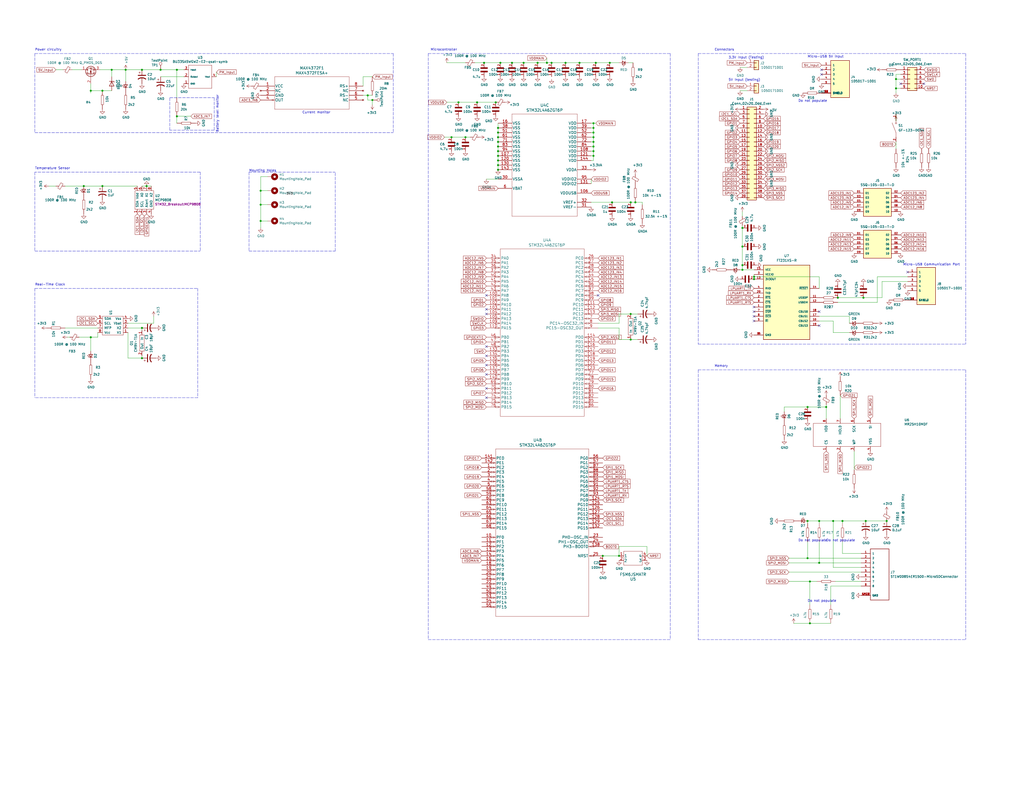
<source format=kicad_sch>
(kicad_sch (version 20211123) (generator eeschema)
  (paper "C")
  (lib_symbols
    (symbol "Connector:TestPoint" (pin_numbers hide) (pin_names (offset 0.762) hide)
      (property "Reference" "TP" (at 0 6.858 0))
      (property "Value" "TestPoint" (at 0 5.08 0))
      (symbol "TestPoint_1_1"
        (pin passive line (at 0 0 90) (length 2.54) (name "1") (number "1"))
      )
    )
    (symbol "Connector_Generic:Conn_01x02" (pin_names (offset 1.016) hide)
      (property "Reference" "J" (at 0 2.54 0))
      (property "Value" "Conn_01x02" (at 0 -5.08 0))
      (symbol "Conn_01x02_1_1"
        (pin passive line (at -5.08 0 0) (length 3.81) (name "Pin_1") (number "1"))
        (pin passive line (at -5.08 -2.54 0) (length 3.81) (name "Pin_2") (number "2"))
      )
    )
    (symbol "Connector_Generic:Conn_02x05_Odd_Even" (pin_names (offset 1.016) hide)
      (property "Reference" "J" (at 1.27 7.62 0))
      (property "Value" "Conn_02x05_Odd_Even" (at 1.27 -7.62 0))
      (symbol "Conn_02x05_Odd_Even_1_1"
        (pin passive line (at -5.08 5.08 0) (length 3.81) (name "Pin_1") (number "1"))
        (pin passive line (at 7.62 -5.08 180) (length 3.81) (name "Pin_10") (number "10"))
        (pin passive line (at 7.62 5.08 180) (length 3.81) (name "Pin_2") (number "2"))
        (pin passive line (at -5.08 2.54 0) (length 3.81) (name "Pin_3") (number "3"))
        (pin passive line (at 7.62 2.54 180) (length 3.81) (name "Pin_4") (number "4"))
        (pin passive line (at -5.08 0 0) (length 3.81) (name "Pin_5") (number "5"))
        (pin passive line (at 7.62 0 180) (length 3.81) (name "Pin_6") (number "6"))
        (pin passive line (at -5.08 -2.54 0) (length 3.81) (name "Pin_7") (number "7"))
        (pin passive line (at 7.62 -2.54 180) (length 3.81) (name "Pin_8") (number "8"))
        (pin passive line (at -5.08 -5.08 0) (length 3.81) (name "Pin_9") (number "9"))
      )
    )
    (symbol "Connector_Generic:Conn_02x20_Odd_Even" (pin_names (offset 1.016) hide)
      (property "Reference" "J" (at 1.27 25.4 0))
      (property "Value" "Conn_02x20_Odd_Even" (at 1.27 -27.94 0))
      (symbol "Conn_02x20_Odd_Even_1_1"
        (pin passive line (at -5.08 22.86 0) (length 3.81) (name "Pin_1") (number "1"))
        (pin passive line (at 7.62 12.7 180) (length 3.81) (name "Pin_10") (number "10"))
        (pin passive line (at -5.08 10.16 0) (length 3.81) (name "Pin_11") (number "11"))
        (pin passive line (at 7.62 10.16 180) (length 3.81) (name "Pin_12") (number "12"))
        (pin passive line (at -5.08 7.62 0) (length 3.81) (name "Pin_13") (number "13"))
        (pin passive line (at 7.62 7.62 180) (length 3.81) (name "Pin_14") (number "14"))
        (pin passive line (at -5.08 5.08 0) (length 3.81) (name "Pin_15") (number "15"))
        (pin passive line (at 7.62 5.08 180) (length 3.81) (name "Pin_16") (number "16"))
        (pin passive line (at -5.08 2.54 0) (length 3.81) (name "Pin_17") (number "17"))
        (pin passive line (at 7.62 2.54 180) (length 3.81) (name "Pin_18") (number "18"))
        (pin passive line (at -5.08 0 0) (length 3.81) (name "Pin_19") (number "19"))
        (pin passive line (at 7.62 22.86 180) (length 3.81) (name "Pin_2") (number "2"))
        (pin passive line (at 7.62 0 180) (length 3.81) (name "Pin_20") (number "20"))
        (pin passive line (at -5.08 -2.54 0) (length 3.81) (name "Pin_21") (number "21"))
        (pin passive line (at 7.62 -2.54 180) (length 3.81) (name "Pin_22") (number "22"))
        (pin passive line (at -5.08 -5.08 0) (length 3.81) (name "Pin_23") (number "23"))
        (pin passive line (at 7.62 -5.08 180) (length 3.81) (name "Pin_24") (number "24"))
        (pin passive line (at -5.08 -7.62 0) (length 3.81) (name "Pin_25") (number "25"))
        (pin passive line (at 7.62 -7.62 180) (length 3.81) (name "Pin_26") (number "26"))
        (pin passive line (at -5.08 -10.16 0) (length 3.81) (name "Pin_27") (number "27"))
        (pin passive line (at 7.62 -10.16 180) (length 3.81) (name "Pin_28") (number "28"))
        (pin passive line (at -5.08 -12.7 0) (length 3.81) (name "Pin_29") (number "29"))
        (pin passive line (at -5.08 20.32 0) (length 3.81) (name "Pin_3") (number "3"))
        (pin passive line (at 7.62 -12.7 180) (length 3.81) (name "Pin_30") (number "30"))
        (pin passive line (at -5.08 -15.24 0) (length 3.81) (name "Pin_31") (number "31"))
        (pin passive line (at 7.62 -15.24 180) (length 3.81) (name "Pin_32") (number "32"))
        (pin passive line (at -5.08 -17.78 0) (length 3.81) (name "Pin_33") (number "33"))
        (pin passive line (at 7.62 -17.78 180) (length 3.81) (name "Pin_34") (number "34"))
        (pin passive line (at -5.08 -20.32 0) (length 3.81) (name "Pin_35") (number "35"))
        (pin passive line (at 7.62 -20.32 180) (length 3.81) (name "Pin_36") (number "36"))
        (pin passive line (at -5.08 -22.86 0) (length 3.81) (name "Pin_37") (number "37"))
        (pin passive line (at 7.62 -22.86 180) (length 3.81) (name "Pin_38") (number "38"))
        (pin passive line (at -5.08 -25.4 0) (length 3.81) (name "Pin_39") (number "39"))
        (pin passive line (at 7.62 20.32 180) (length 3.81) (name "Pin_4") (number "4"))
        (pin passive line (at 7.62 -25.4 180) (length 3.81) (name "Pin_40") (number "40"))
        (pin passive line (at -5.08 17.78 0) (length 3.81) (name "Pin_5") (number "5"))
        (pin passive line (at 7.62 17.78 180) (length 3.81) (name "Pin_6") (number "6"))
        (pin passive line (at -5.08 15.24 0) (length 3.81) (name "Pin_7") (number "7"))
        (pin passive line (at 7.62 15.24 180) (length 3.81) (name "Pin_8") (number "8"))
        (pin passive line (at -5.08 12.7 0) (length 3.81) (name "Pin_9") (number "9"))
      )
    )
    (symbol "Device:CP1" (pin_numbers hide) (pin_names (offset 0.254) hide)
      (property "Reference" "C" (at 0.635 2.54 0))
      (property "Value" "Device_CP1" (at 0.635 -2.54 0))
      (symbol "CP1_1_1"
        (pin passive line (at 0 3.81 270) (length 2.794) (name "~") (number "1"))
        (pin passive line (at 0 -3.81 90) (length 3.302) (name "~") (number "2"))
      )
    )
    (symbol "Device:D_Zener" (pin_numbers hide) (pin_names (offset 1.016) hide)
      (property "Reference" "D" (at 0 2.54 0))
      (property "Value" "D_Zener" (at 0 -2.54 0))
      (symbol "D_Zener_1_1"
        (pin passive line (at -3.81 0 0) (length 2.54) (name "K") (number "1"))
        (pin passive line (at 3.81 0 180) (length 2.54) (name "A") (number "2"))
      )
    )
    (symbol "Device:Ferrite_Bead_Small" (pin_numbers hide) (pin_names (offset 0))
      (property "Reference" "FB" (at 1.905 1.27 0))
      (property "Value" "Device_Ferrite_Bead_Small" (at 1.905 -1.27 0))
      (symbol "Ferrite_Bead_Small_1_1"
        (pin passive line (at 0 2.54 270) (length 1.27) (name "~") (number "1"))
        (pin passive line (at 0 -2.54 90) (length 1.27) (name "~") (number "2"))
      )
    )
    (symbol "Device:LED_Small" (pin_numbers hide) (pin_names (offset 0.254) hide)
      (property "Reference" "D" (at -1.27 3.175 0))
      (property "Value" "LED_Small" (at -4.445 -2.54 0))
      (symbol "LED_Small_1_1"
        (pin passive line (at -2.54 0 0) (length 1.778) (name "K") (number "1"))
        (pin passive line (at 2.54 0 180) (length 1.778) (name "A") (number "2"))
      )
    )
    (symbol "Device:Q_PMOS_DGS" (pin_names (offset 0) hide)
      (property "Reference" "Q" (at 5.08 1.27 0))
      (property "Value" "Q_PMOS_DGS" (at 5.08 -1.27 0))
      (symbol "Q_PMOS_DGS_1_1"
        (pin passive line (at 2.54 5.08 270) (length 2.54) (name "D") (number "1"))
        (pin input line (at -5.08 0 0) (length 2.54) (name "G") (number "2"))
        (pin passive line (at 2.54 -5.08 90) (length 2.54) (name "S") (number "3"))
      )
    )
    (symbol "GF-123:GF-123-0054" (pin_names (offset 1.016) hide)
      (property "Reference" "S" (at -2.54 2.54 0))
      (property "Value" "GF-123-0054" (at -2.54 -2.54 0))
      (symbol "GF-123-0054_0_0"
        (pin passive line (at 7.62 0 180) (length 2.54) (name "~") (number "1"))
        (pin passive line (at -7.62 0 0) (length 2.54) (name "~") (number "2"))
      )
    )
    (symbol "Mechanical:MountingHole_Pad" (pin_numbers hide) (pin_names (offset 1.016) hide)
      (property "Reference" "H" (at 0 6.35 0))
      (property "Value" "MountingHole_Pad" (at 0 4.445 0))
      (symbol "MountingHole_Pad_1_1"
        (pin input line (at 0 -2.54 90) (length 2.54) (name "1") (number "1"))
      )
    )
    (symbol "OBC_Library:FT231XS-R" (pin_names (offset 1.016))
      (property "Reference" "U" (at -12.7 21.1074 0))
      (property "Value" "FT231XS-R" (at -12.7254 -22.9108 0))
      (symbol "FT231XS-R_0_0"
        (pin output line (at 17.78 -2.54 180) (length 5.08) (name "~{DTR}") (number "1"))
        (pin bidirectional line (at -17.78 -10.16 0) (length 5.08) (name "CBUS2") (number "10"))
        (pin input line (at -17.78 2.54 0) (length 5.08) (name "USBDP") (number "11"))
        (pin input line (at -17.78 0 0) (length 5.08) (name "USBDM") (number "12"))
        (pin power_in line (at 17.78 12.7 180) (length 5.08) (name "3V3OUT") (number "13"))
        (pin input line (at -17.78 7.62 0) (length 5.08) (name "~{RESET}") (number "14"))
        (pin power_in line (at 17.78 17.78 180) (length 5.08) (name "VCC") (number "15"))
        (pin power_in line (at 17.78 -17.78 180) (length 5.08) (name "GND") (number "16"))
        (pin bidirectional line (at -17.78 -7.62 0) (length 5.08) (name "CBUS1") (number "17"))
        (pin bidirectional line (at -17.78 -5.08 0) (length 5.08) (name "CBUS0") (number "18"))
        (pin bidirectional line (at -17.78 -12.7 0) (length 5.08) (name "CBUS3") (number "19"))
        (pin output line (at 17.78 2.54 180) (length 5.08) (name "~{RTS}") (number "2"))
        (pin output line (at 17.78 5.08 180) (length 5.08) (name "TXD") (number "20"))
        (pin power_in line (at 17.78 15.24 180) (length 5.08) (name "VCCIO") (number "3"))
        (pin input line (at 17.78 7.62 180) (length 5.08) (name "RXD") (number "4"))
        (pin input line (at 17.78 -10.16 180) (length 5.08) (name "~{RI}") (number "5"))
        (pin power_in line (at 17.78 -17.78 180) (length 5.08) (name "GND") (number "6"))
        (pin input line (at 17.78 -5.08 180) (length 5.08) (name "~{DSR}") (number "7"))
        (pin input line (at 17.78 -7.62 180) (length 5.08) (name "~{DCD}") (number "8"))
        (pin input line (at 17.78 0 180) (length 5.08) (name "~{CTS}") (number "9"))
      )
    )
    (symbol "STM32_Breakout-rescue:105017-1001-Imported_OBC_Library" (pin_names (offset 1.016))
      (property "Reference" "J" (at -5.08 10.16 0))
      (property "Value" "105017-1001-Imported_OBC_Library" (at -5.08 -10.16 0))
      (symbol "105017-1001-Imported_OBC_Library_0_0"
        (pin passive line (at 10.16 7.62 180) (length 5.08) (name "1") (number "1"))
        (pin passive line (at 10.16 5.08 180) (length 5.08) (name "2") (number "2"))
        (pin passive line (at 10.16 2.54 180) (length 5.08) (name "3") (number "3"))
        (pin passive line (at 10.16 0 180) (length 5.08) (name "4") (number "4"))
        (pin passive line (at 10.16 -2.54 180) (length 5.08) (name "5") (number "5"))
        (pin passive line (at 10.16 -7.62 180) (length 5.08) (name "SHIELD") (number "S1"))
        (pin passive line (at 10.16 -7.62 180) (length 5.08) (name "SHIELD") (number "S2"))
        (pin passive line (at 10.16 -7.62 180) (length 5.08) (name "SHIELD") (number "S3"))
        (pin passive line (at 10.16 -7.62 180) (length 5.08) (name "SHIELD") (number "S4"))
        (pin passive line (at 10.16 -7.62 180) (length 5.08) (name "SHIELD") (number "S5"))
        (pin passive line (at 10.16 -7.62 180) (length 5.08) (name "SHIELD") (number "S6"))
      )
    )
    (symbol "STM32_Breakout-rescue:BU33SA5WGWZ-E2-qsat-symb-Imported_OBC_Library" (pin_names (offset 1.016))
      (property "Reference" "U" (at 0 -16.51 0))
      (property "Value" "BU33SA5WGWZ-E2-qsat-symb-Imported_OBC_Library" (at 0 15.24 0))
      (symbol "BU33SA5WGWZ-E2-qsat-symb-Imported_OBC_Library_1_1"
        (pin output line (at 3.81 -8.89 90) (length 2.54) (name "GND") (number "1"))
        (pin output line (at 0 -8.89 90) (length 2.54) (name "Output") (number "2"))
        (pin input line (at -3.81 -8.89 90) (length 2.54) (name "Input") (number "3"))
        (pin output line (at 0 8.89 270) (length 2.54) (name "Vout") (number "4"))
      )
    )
    (symbol "STM32_Breakout-rescue:CC0603MRX5R5BB475-CC0603MRX5R5BB475" (pin_names (offset 1.016) hide)
      (property "Reference" "C" (at 0 3.81 0))
      (property "Value" "CC0603MRX5R5BB475-CC0603MRX5R5BB475" (at 0 -5.08 0))
      (symbol "CC0603MRX5R5BB475-CC0603MRX5R5BB475_0_0"
        (pin passive line (at 5.08 0 180) (length 2.54) (name "~") (number "1"))
        (pin passive line (at -2.54 0 0) (length 2.54) (name "~") (number "2"))
      )
    )
    (symbol "STM32_Breakout-rescue:CM9V-T1A-Imported_OBC_Library" (pin_names (offset 1.016))
      (property "Reference" "O" (at 0 -2.54 0))
      (property "Value" "CM9V-T1A-Imported_OBC_Library" (at 0 2.54 0))
      (symbol "CM9V-T1A-Imported_OBC_Library_1_1"
        (pin input line (at 7.62 0 180) (length 2.54) (name "In") (number "1"))
        (pin output line (at -6.35 0 0) (length 2.54) (name "Out") (number "2"))
      )
    )
    (symbol "STM32_Breakout-rescue:FSM6JSMATR-Imported_OBC_Library" (pin_names (offset 0.254))
      (property "Reference" "U" (at 22.86 10.16 0))
      (property "Value" "FSM6JSMATR-Imported_OBC_Library" (at 22.86 7.62 0))
      (symbol "FSM6JSMATR-Imported_OBC_Library_1_1"
        (pin unspecified line (at 5.08 0 0) (length 2.54) (name "1") (number "1"))
        (pin unspecified line (at 5.08 -2.54 0) (length 2.54) (name "2") (number "2"))
        (pin unspecified line (at 20.32 -2.54 180) (length 2.54) (name "3") (number "3"))
        (pin unspecified line (at 20.32 0 180) (length 2.54) (name "4") (number "4"))
      )
    )
    (symbol "STM32_Breakout-rescue:MAX4372FESA+-MAX4372FESA+" (pin_names (offset 0.254))
      (property "Reference" "U" (at 27.94 10.16 0))
      (property "Value" "MAX4372FESA+-MAX4372FESA+" (at 27.94 7.62 0))
      (symbol "MAX4372FESA+-MAX4372FESA+_1_1"
        (pin power_in line (at 0 0 0) (length 7.62) (name "VCC") (number "1"))
        (pin no_connect line (at 0 -2.54 0) (length 7.62) (name "NC") (number "2"))
        (pin power_in line (at 0 -5.08 0) (length 7.62) (name "GND") (number "3"))
        (pin output line (at 0 -7.62 0) (length 7.62) (name "OUT") (number "4"))
        (pin no_connect line (at 55.88 -7.62 180) (length 7.62) (name "NC") (number "5"))
        (pin unspecified line (at 55.88 -5.08 180) (length 7.62) (name "RS-") (number "6"))
        (pin no_connect line (at 55.88 -2.54 180) (length 7.62) (name "NC") (number "7"))
        (pin unspecified line (at 55.88 0 180) (length 7.62) (name "RS+") (number "8"))
      )
    )
    (symbol "STM32_Breakout-rescue:MCP7940NT-I_MS-Imported_OBC_Library" (pin_names (offset 1.016))
      (property "Reference" "U" (at 0 -15.24 0))
      (property "Value" "MCP7940NT-I_MS-Imported_OBC_Library" (at 0 13.97 0))
      (symbol "MCP7940NT-I_MS-Imported_OBC_Library_1_1"
        (pin input line (at -3.81 -8.89 90) (length 2.54) (name "X1") (number "1"))
        (pin output line (at -1.27 -8.89 90) (length 2.54) (name "X2") (number "2"))
        (pin input line (at 1.27 -8.89 90) (length 2.54) (name "Vbat") (number "3"))
        (pin output line (at 3.81 -8.89 90) (length 2.54) (name "Vss") (number "4"))
        (pin output line (at 3.81 7.62 270) (length 2.54) (name "SDA") (number "5"))
        (pin output line (at 1.27 7.62 270) (length 2.54) (name "SCL") (number "6"))
        (pin output line (at -1.27 7.62 270) (length 2.54) (name "MFP") (number "7"))
        (pin input line (at -3.81 7.62 270) (length 2.54) (name "Vcc") (number "8"))
      )
    )
    (symbol "STM32_Breakout-rescue:MCP9808-Imported_OBC_Library" (pin_names (offset 1.016))
      (property "Reference" "U" (at 0 -6.35 0))
      (property "Value" "MCP9808-Imported_OBC_Library" (at 0 6.35 0))
      (symbol "MCP9808-Imported_OBC_Library_1_1"
        (pin bidirectional line (at -7.62 3.81 0) (length 2.54) (name "SDA") (number "1"))
        (pin input line (at -7.62 1.27 0) (length 2.54) (name "SCL") (number "2"))
        (pin output line (at -7.62 -1.27 0) (length 2.54) (name "Alert") (number "3"))
        (pin input line (at -7.62 -3.81 0) (length 2.54) (name "GND") (number "4"))
        (pin input line (at 7.62 3.81 180) (length 2.54) (name "Vdd") (number "5"))
        (pin input line (at 7.62 1.27 180) (length 2.54) (name "A0") (number "6"))
        (pin input line (at 7.62 -1.27 180) (length 2.54) (name "A1") (number "7"))
        (pin input line (at 7.62 -3.81 180) (length 2.54) (name "A2") (number "8"))
      )
    )
    (symbol "STM32_Breakout-rescue:MR25H10MDF-MRAM_Symbol" (pin_names (offset 1.016))
      (property "Reference" "U" (at 0 -20.32 0))
      (property "Value" "MR25H10MDF-MRAM_Symbol" (at 0 39.37 0))
      (symbol "MR25H10MDF-MRAM_Symbol_1_1"
        (pin input line (at -11.43 -2.54 90) (length 2.54) (name "CS") (number "1"))
        (pin output line (at -3.81 -2.54 90) (length 2.54) (name "SO") (number "2"))
        (pin input line (at 3.81 -2.54 90) (length 2.54) (name "WP") (number "3"))
        (pin unspecified line (at 12.7 -2.54 90) (length 2.54) (name "VSS") (number "4"))
        (pin input line (at 12.7 15.24 270) (length 2.54) (name "SI") (number "5"))
        (pin input line (at 3.81 15.24 270) (length 2.54) (name "SCK") (number "6"))
        (pin input line (at -3.81 15.24 270) (length 2.54) (name "HOLD") (number "7"))
        (pin power_in line (at -11.43 15.24 270) (length 2.54) (name "VDD") (number "8"))
      )
    )
    (symbol "STM32_Breakout-rescue:R0603-OBC_Libary" (pin_numbers hide) (pin_names (offset 1.016) hide)
      (property "Reference" "R" (at -7.62 2.54 0))
      (property "Value" "R0603-OBC_Libary" (at -7.62 -5.08 0))
      (symbol "R0603-OBC_Libary_0_0"
        (pin passive line (at -5.08 0 0) (length 2.54) (name "~") (number "1"))
        (pin passive line (at 5.08 0 180) (length 2.54) (name "~") (number "2"))
      )
    )
    (symbol "STM32_Breakout-rescue:SSQ-105-03-T-D-Imported_OBC_Library" (pin_names (offset 1.016))
      (property "Reference" "J" (at -8.128 7.62 0))
      (property "Value" "SSQ-105-03-T-D-Imported_OBC_Library" (at -7.62 -10.16 0))
      (symbol "SSQ-105-03-T-D-Imported_OBC_Library_0_0"
        (pin passive line (at -12.7 5.08 0) (length 5.08) (name "01") (number "01"))
        (pin passive line (at 12.7 5.08 180) (length 5.08) (name "02") (number "02"))
        (pin passive line (at -12.7 2.54 0) (length 5.08) (name "03") (number "03"))
        (pin passive line (at 12.7 2.54 180) (length 5.08) (name "04") (number "04"))
        (pin passive line (at -12.7 0 0) (length 5.08) (name "05") (number "05"))
        (pin passive line (at 12.7 0 180) (length 5.08) (name "06") (number "06"))
        (pin passive line (at -12.7 -2.54 0) (length 5.08) (name "07") (number "07"))
        (pin passive line (at 12.7 -2.54 180) (length 5.08) (name "08") (number "08"))
        (pin passive line (at -12.7 -5.08 0) (length 5.08) (name "09") (number "09"))
        (pin passive line (at 12.7 -5.08 180) (length 5.08) (name "10") (number "10"))
      )
    )
    (symbol "STM32_Breakout-rescue:ST1W008S4ER1500-MicroSDConnector-Imported_OBC_Library" (pin_names (offset 1.016))
      (property "Reference" "J" (at -5.08 13.462 0))
      (property "Value" "ST1W008S4ER1500-MicroSDConnector-Imported_OBC_Library" (at -5.08 -17.78 0))
      (symbol "ST1W008S4ER1500-MicroSDConnector-Imported_OBC_Library_0_0"
        (pin passive line (at -10.16 10.16 0) (length 5.08) (name "1") (number "1"))
        (pin passive line (at -10.16 7.62 0) (length 5.08) (name "2") (number "2"))
        (pin passive line (at -10.16 5.08 0) (length 5.08) (name "3") (number "3"))
        (pin passive line (at -10.16 2.54 0) (length 5.08) (name "4") (number "4"))
        (pin passive line (at -10.16 0 0) (length 5.08) (name "5") (number "5"))
        (pin passive line (at -10.16 -2.54 0) (length 5.08) (name "6") (number "6"))
        (pin passive line (at -10.16 -5.08 0) (length 5.08) (name "7") (number "7"))
        (pin passive line (at -10.16 -7.62 0) (length 5.08) (name "8") (number "8"))
        (pin power_in line (at -10.16 -12.7 0) (length 5.08) (name "GND") (number "GND1"))
        (pin power_in line (at -10.16 -12.7 0) (length 5.08) (name "GND") (number "GND2"))
        (pin power_in line (at -10.16 -12.7 0) (length 5.08) (name "GND") (number "GND3"))
        (pin power_in line (at -10.16 -12.7 0) (length 5.08) (name "GND") (number "GND4"))
      )
    )
    (symbol "STM32_Breakout-rescue:STM32L4A6ZGT6P-STM32L4A6ZGT6P" (pin_names (offset 0.254))
      (property "Reference" "U" (at 33.02 10.16 0))
      (property "Value" "STM32L4A6ZGT6P-STM32L4A6ZGT6P" (at 33.02 7.62 0))
      (symbol "STM32L4A6ZGT6P-STM32L4A6ZGT6P_1_1"
        (pin bidirectional line (at 0 -20.32 0) (length 7.62) (name "PA8") (number "100"))
        (pin bidirectional line (at 0 -22.86 0) (length 7.62) (name "PA9") (number "101"))
        (pin bidirectional line (at 0 -25.4 0) (length 7.62) (name "PA10") (number "102"))
        (pin bidirectional line (at 0 -27.94 0) (length 7.62) (name "PA11") (number "103"))
        (pin bidirectional line (at 0 -30.48 0) (length 7.62) (name "PA12") (number "104"))
        (pin bidirectional line (at 0 -33.02 0) (length 7.62) (name "PA13") (number "105"))
        (pin bidirectional line (at 0 -35.56 0) (length 7.62) (name "PA14") (number "109"))
        (pin bidirectional line (at 0 -38.1 0) (length 7.62) (name "PA15") (number "110"))
        (pin bidirectional line (at 60.96 -25.4 180) (length 7.62) (name "PC10") (number "111"))
        (pin bidirectional line (at 60.96 -27.94 180) (length 7.62) (name "PC11") (number "112"))
        (pin bidirectional line (at 60.96 -30.48 180) (length 7.62) (name "PC12") (number "113"))
        (pin bidirectional line (at 60.96 -43.18 180) (length 7.62) (name "PD0") (number "114"))
        (pin bidirectional line (at 60.96 -45.72 180) (length 7.62) (name "PD1") (number "115"))
        (pin bidirectional line (at 60.96 -48.26 180) (length 7.62) (name "PD2") (number "116"))
        (pin bidirectional line (at 60.96 -50.8 180) (length 7.62) (name "PD3") (number "117"))
        (pin bidirectional line (at 60.96 -53.34 180) (length 7.62) (name "PD4") (number "118"))
        (pin bidirectional line (at 60.96 -55.88 180) (length 7.62) (name "PD5") (number "119"))
        (pin bidirectional line (at 60.96 -58.42 180) (length 7.62) (name "PD6") (number "122"))
        (pin bidirectional line (at 60.96 -60.96 180) (length 7.62) (name "PD7") (number "123"))
        (pin bidirectional line (at 0 -50.8 0) (length 7.62) (name "PB3") (number "133"))
        (pin bidirectional line (at 0 -53.34 0) (length 7.62) (name "PB4") (number "134"))
        (pin bidirectional line (at 0 -55.88 0) (length 7.62) (name "PB5") (number "135"))
        (pin bidirectional line (at 0 -58.42 0) (length 7.62) (name "PB6") (number "136"))
        (pin bidirectional line (at 0 -60.96 0) (length 7.62) (name "PB7") (number "137"))
        (pin bidirectional line (at 0 -63.5 0) (length 7.62) (name "PB8") (number "139"))
        (pin bidirectional line (at 0 -66.04 0) (length 7.62) (name "PB9") (number "140"))
        (pin bidirectional line (at 60.96 0 180) (length 7.62) (name "PC0") (number "26"))
        (pin bidirectional line (at 60.96 -2.54 180) (length 7.62) (name "PC1") (number "27"))
        (pin bidirectional line (at 60.96 -5.08 180) (length 7.62) (name "PC2") (number "28"))
        (pin bidirectional line (at 60.96 -7.62 180) (length 7.62) (name "PC3") (number "29"))
        (pin bidirectional line (at 0 0 0) (length 7.62) (name "PA0") (number "34"))
        (pin bidirectional line (at 0 -2.54 0) (length 7.62) (name "PA1") (number "35"))
        (pin bidirectional line (at 0 -5.08 0) (length 7.62) (name "PA2") (number "36"))
        (pin bidirectional line (at 0 -7.62 0) (length 7.62) (name "PA3") (number "37"))
        (pin bidirectional line (at 0 -10.16 0) (length 7.62) (name "PA4") (number "40"))
        (pin bidirectional line (at 0 -12.7 0) (length 7.62) (name "PA5") (number "41"))
        (pin bidirectional line (at 0 -15.24 0) (length 7.62) (name "PA6") (number "42"))
        (pin bidirectional line (at 0 -17.78 0) (length 7.62) (name "PA7") (number "43"))
        (pin bidirectional line (at 60.96 -10.16 180) (length 7.62) (name "PC4") (number "44"))
        (pin bidirectional line (at 60.96 -12.7 180) (length 7.62) (name "PC5") (number "45"))
        (pin bidirectional line (at 0 -43.18 0) (length 7.62) (name "PB0") (number "46"))
        (pin bidirectional line (at 0 -45.72 0) (length 7.62) (name "PB1") (number "47"))
        (pin bidirectional line (at 0 -48.26 0) (length 7.62) (name "PB2") (number "48"))
        (pin bidirectional line (at 0 -68.58 0) (length 7.62) (name "PB10") (number "69"))
        (pin bidirectional line (at 60.96 -33.02 180) (length 7.62) (name "PC13") (number "7"))
        (pin bidirectional line (at 0 -71.12 0) (length 7.62) (name "PB11") (number "70"))
        (pin bidirectional line (at 0 -73.66 0) (length 7.62) (name "PB12") (number "73"))
        (pin bidirectional line (at 0 -76.2 0) (length 7.62) (name "PB13") (number "74"))
        (pin bidirectional line (at 0 -78.74 0) (length 7.62) (name "PB14") (number "75"))
        (pin bidirectional line (at 0 -81.28 0) (length 7.62) (name "PB15") (number "76"))
        (pin bidirectional line (at 60.96 -63.5 180) (length 7.62) (name "PD8") (number "77"))
        (pin bidirectional line (at 60.96 -66.04 180) (length 7.62) (name "PD9") (number "78"))
        (pin bidirectional line (at 60.96 -68.58 180) (length 7.62) (name "PD10") (number "79"))
        (pin bidirectional line (at 60.96 -35.56 180) (length 7.62) (name "PC14-OSC32_IN") (number "8"))
        (pin bidirectional line (at 60.96 -71.12 180) (length 7.62) (name "PD11") (number "80"))
        (pin bidirectional line (at 60.96 -73.66 180) (length 7.62) (name "PD12") (number "81"))
        (pin bidirectional line (at 60.96 -76.2 180) (length 7.62) (name "PD13") (number "82"))
        (pin bidirectional line (at 60.96 -78.74 180) (length 7.62) (name "PD14") (number "85"))
        (pin bidirectional line (at 60.96 -81.28 180) (length 7.62) (name "PD15") (number "86"))
        (pin bidirectional line (at 60.96 -38.1 180) (length 7.62) (name "PC15-OSC32_OUT") (number "9"))
        (pin bidirectional line (at 60.96 -15.24 180) (length 7.62) (name "PC6") (number "96"))
        (pin bidirectional line (at 60.96 -17.78 180) (length 7.62) (name "PC7") (number "97"))
        (pin bidirectional line (at 60.96 -20.32 180) (length 7.62) (name "PC8") (number "98"))
        (pin bidirectional line (at 60.96 -22.86 180) (length 7.62) (name "PC9") (number "99"))
      )
      (symbol "STM32L4A6ZGT6P-STM32L4A6ZGT6P_2_1"
        (pin bidirectional line (at 0 -5.08 0) (length 7.62) (name "PE2") (number "1"))
        (pin bidirectional line (at 0 -43.18 0) (length 7.62) (name "PF0") (number "10"))
        (pin bidirectional line (at 0 -45.72 0) (length 7.62) (name "PF1") (number "11"))
        (pin bidirectional line (at 0 -48.26 0) (length 7.62) (name "PF2") (number "12"))
        (pin bidirectional line (at 66.04 -22.86 180) (length 7.62) (name "PG9") (number "124"))
        (pin bidirectional line (at 66.04 -25.4 180) (length 7.62) (name "PG10") (number "125"))
        (pin bidirectional line (at 66.04 -27.94 180) (length 7.62) (name "PG11") (number "126"))
        (pin bidirectional line (at 66.04 -30.48 180) (length 7.62) (name "PG12") (number "127"))
        (pin bidirectional line (at 66.04 -33.02 180) (length 7.62) (name "PG13") (number "128"))
        (pin bidirectional line (at 66.04 -35.56 180) (length 7.62) (name "PG14") (number "129"))
        (pin bidirectional line (at 0 -50.8 0) (length 7.62) (name "PF3") (number "13"))
        (pin bidirectional line (at 66.04 -38.1 180) (length 7.62) (name "PG15") (number "132"))
        (pin bidirectional line (at 66.04 -48.26 180) (length 7.62) (name "PH3-BOOT0") (number "138"))
        (pin bidirectional line (at 0 -53.34 0) (length 7.62) (name "PF4") (number "14"))
        (pin bidirectional line (at 0 0 0) (length 7.62) (name "PE0") (number "141"))
        (pin bidirectional line (at 0 -2.54 0) (length 7.62) (name "PE1") (number "142"))
        (pin bidirectional line (at 0 -55.88 0) (length 7.62) (name "PF5") (number "15"))
        (pin bidirectional line (at 0 -58.42 0) (length 7.62) (name "PF6") (number "18"))
        (pin bidirectional line (at 0 -60.96 0) (length 7.62) (name "PF7") (number "19"))
        (pin bidirectional line (at 0 -7.62 0) (length 7.62) (name "PE3") (number "2"))
        (pin bidirectional line (at 0 -63.5 0) (length 7.62) (name "PF8") (number "20"))
        (pin bidirectional line (at 0 -66.04 0) (length 7.62) (name "PF9") (number "21"))
        (pin bidirectional line (at 0 -68.58 0) (length 7.62) (name "PF10") (number "22"))
        (pin bidirectional line (at 66.04 -43.18 180) (length 7.62) (name "PH0-OSC_IN") (number "23"))
        (pin bidirectional line (at 66.04 -45.72 180) (length 7.62) (name "PH1-OSC_OUT") (number "24"))
        (pin bidirectional line (at 66.04 -53.34 180) (length 7.62) (name "NRST") (number "25"))
        (pin bidirectional line (at 0 -10.16 0) (length 7.62) (name "PE4") (number "3"))
        (pin bidirectional line (at 0 -12.7 0) (length 7.62) (name "PE5") (number "4"))
        (pin bidirectional line (at 0 -71.12 0) (length 7.62) (name "PF11") (number "49"))
        (pin bidirectional line (at 0 -15.24 0) (length 7.62) (name "PE6") (number "5"))
        (pin bidirectional line (at 0 -73.66 0) (length 7.62) (name "PF12") (number "50"))
        (pin bidirectional line (at 0 -76.2 0) (length 7.62) (name "PF13") (number "53"))
        (pin bidirectional line (at 0 -78.74 0) (length 7.62) (name "PF14") (number "54"))
        (pin bidirectional line (at 0 -81.28 0) (length 7.62) (name "PF15") (number "55"))
        (pin bidirectional line (at 66.04 0 180) (length 7.62) (name "PG0") (number "56"))
        (pin bidirectional line (at 66.04 -2.54 180) (length 7.62) (name "PG1") (number "57"))
        (pin bidirectional line (at 0 -17.78 0) (length 7.62) (name "PE7") (number "58"))
        (pin bidirectional line (at 0 -20.32 0) (length 7.62) (name "PE8") (number "59"))
        (pin bidirectional line (at 0 -22.86 0) (length 7.62) (name "PE9") (number "60"))
        (pin bidirectional line (at 0 -25.4 0) (length 7.62) (name "PE10") (number "63"))
        (pin bidirectional line (at 0 -27.94 0) (length 7.62) (name "PE11") (number "64"))
        (pin bidirectional line (at 0 -30.48 0) (length 7.62) (name "PE12") (number "65"))
        (pin bidirectional line (at 0 -33.02 0) (length 7.62) (name "PE13") (number "66"))
        (pin bidirectional line (at 0 -35.56 0) (length 7.62) (name "PE14") (number "67"))
        (pin bidirectional line (at 0 -38.1 0) (length 7.62) (name "PE15") (number "68"))
        (pin bidirectional line (at 66.04 -5.08 180) (length 7.62) (name "PG2") (number "87"))
        (pin bidirectional line (at 66.04 -7.62 180) (length 7.62) (name "PG3") (number "88"))
        (pin bidirectional line (at 66.04 -10.16 180) (length 7.62) (name "PG4") (number "89"))
        (pin bidirectional line (at 66.04 -12.7 180) (length 7.62) (name "PG5") (number "90"))
        (pin bidirectional line (at 66.04 -15.24 180) (length 7.62) (name "PG6") (number "91"))
        (pin bidirectional line (at 66.04 -17.78 180) (length 7.62) (name "PG7") (number "92"))
        (pin bidirectional line (at 66.04 -20.32 180) (length 7.62) (name "PG8") (number "93"))
      )
      (symbol "STM32L4A6ZGT6P-STM32L4A6ZGT6P_3_1"
        (pin power_in line (at 50.8 -38.1 180) (length 7.62) (name "VDDUSB") (number "106"))
        (pin power_in line (at 0 -17.78 0) (length 7.62) (name "VSS") (number "107"))
        (pin power_in line (at 50.8 -15.24 180) (length 7.62) (name "VDD") (number "108"))
        (pin power_in line (at 0 -20.32 0) (length 7.62) (name "VSS") (number "120"))
        (pin power_in line (at 50.8 -17.78 180) (length 7.62) (name "VDD") (number "121"))
        (pin power_in line (at 0 -22.86 0) (length 7.62) (name "VSS") (number "130"))
        (pin power_in line (at 50.8 -33.02 180) (length 7.62) (name "VDDIO2") (number "131"))
        (pin power_in line (at 0 -25.4 0) (length 7.62) (name "VSS") (number "143"))
        (pin power_in line (at 50.8 -20.32 180) (length 7.62) (name "VDD") (number "144"))
        (pin power_in line (at 0 0 0) (length 7.62) (name "VSS") (number "16"))
        (pin power_in line (at 50.8 0 180) (length 7.62) (name "VDD") (number "17"))
        (pin power_in line (at 0 -30.48 0) (length 7.62) (name "VSSA") (number "30"))
        (pin power_in line (at 50.8 -45.72 180) (length 7.62) (name "VREF-") (number "31"))
        (pin power_in line (at 50.8 -43.18 180) (length 7.62) (name "VREF+") (number "32"))
        (pin power_in line (at 50.8 -25.4 180) (length 7.62) (name "VDDA") (number "33"))
        (pin power_in line (at 0 -2.54 0) (length 7.62) (name "VSS") (number "38"))
        (pin power_in line (at 50.8 -2.54 180) (length 7.62) (name "VDD") (number "39"))
        (pin power_in line (at 0 -5.08 0) (length 7.62) (name "VSS") (number "51"))
        (pin power_in line (at 50.8 -5.08 180) (length 7.62) (name "VDD") (number "52"))
        (pin power_in line (at 0 -35.56 0) (length 7.62) (name "VBAT") (number "6"))
        (pin power_in line (at 0 -7.62 0) (length 7.62) (name "VSS") (number "61"))
        (pin power_in line (at 50.8 -7.62 180) (length 7.62) (name "VDD") (number "62"))
        (pin power_in line (at 0 -10.16 0) (length 7.62) (name "VSS") (number "71"))
        (pin power_in line (at 50.8 -10.16 180) (length 7.62) (name "VDD") (number "72"))
        (pin power_in line (at 0 -12.7 0) (length 7.62) (name "VSS") (number "83"))
        (pin power_in line (at 50.8 -12.7 180) (length 7.62) (name "VDD") (number "84"))
        (pin power_in line (at 0 -15.24 0) (length 7.62) (name "VSS") (number "94"))
        (pin power_in line (at 50.8 -30.48 180) (length 7.62) (name "VDDIO2") (number "95"))
      )
    )
    (symbol "power:+3.3V" (power) (pin_names (offset 0))
      (property "Value" "+3.3V" (at 0 3.556 0))
      (symbol "+3.3V_1_1"
        (pin power_in line (at 0 0 90) (length 0) hide (name "+3V3") (number "1"))
      )
    )
    (symbol "power:+3.3VA" (power) (pin_names (offset 0))
      (property "Value" "+3.3VA" (at 0 3.556 0))
      (symbol "+3.3VA_1_1"
        (pin power_in line (at 0 0 90) (length 0) hide (name "+3.3VA") (number "1"))
      )
    )
    (symbol "power:+3V3" (power) (pin_names (offset 0))
      (property "Value" "+3V3" (at 0 3.556 0))
      (symbol "+3V3_1_1"
        (pin power_in line (at 0 0 90) (length 0) hide (name "+3V3") (number "1"))
      )
    )
    (symbol "power:+5V" (power) (pin_names (offset 0))
      (property "Value" "+5V" (at 0 3.556 0))
      (symbol "+5V_1_1"
        (pin power_in line (at 0 0 90) (length 0) hide (name "+5V") (number "1"))
      )
    )
    (symbol "power:GND" (power) (pin_names (offset 0))
      (property "Value" "GND" (at 0 -3.81 0))
      (symbol "GND_1_1"
        (pin power_in line (at 0 0 270) (length 0) hide (name "GND") (number "1"))
      )
    )
    (symbol "power:GNDA" (power) (pin_names (offset 0))
      (property "Value" "GNDA" (at 0 -3.81 0))
      (symbol "GNDA_1_1"
        (pin power_in line (at 0 0 270) (length 0) hide (name "GNDA") (number "1"))
      )
    )
  )
  (junction (at 440.69 222.25))
  (junction (at 488.95 43.18))
  (junction (at 457.2 162.56))
  (junction (at 328.93 303.53))
  (junction (at 344.17 110.49))
  (junction (at 405.13 124.46))
  (junction (at 60.96 38.1))
  (junction (at 271.78 92.71))
  (junction (at 271.78 90.17))
  (junction (at 405.13 147.32))
  (junction (at 308.61 34.29))
  (junction (at 488.95 48.26))
  (junction (at 271.78 72.39))
  (junction (at 77.47 195.58))
  (junction (at 285.75 34.29))
  (junction (at 325.12 34.29))
  (junction (at 142.24 104.14))
  (junction (at 323.85 74.93))
  (junction (at 323.85 80.01))
  (junction (at 337.82 303.53))
  (junction (at 405.13 144.78))
  (junction (at 334.01 110.49))
  (junction (at 45.72 101.6))
  (junction (at 323.85 85.09))
  (junction (at 344.17 185.42))
  (junction (at 344.17 171.45))
  (junction (at 279.4 34.29))
  (junction (at 142.24 120.65))
  (junction (at 293.37 34.29))
  (junction (at 77.47 179.07))
  (junction (at 447.04 307.34))
  (junction (at 323.85 77.47))
  (junction (at 49.53 49.53))
  (junction (at 80.01 101.6))
  (junction (at 55.88 101.6))
  (junction (at 55.88 49.53))
  (junction (at 246.38 74.93))
  (junction (at 270.51 55.88))
  (junction (at 332.74 34.29))
  (junction (at 441.96 340.36))
  (junction (at 264.16 34.29))
  (junction (at 271.78 85.09))
  (junction (at 323.85 69.85))
  (junction (at 254 74.93))
  (junction (at 440.69 284.48))
  (junction (at 346.71 110.49))
  (junction (at 250.19 55.88))
  (junction (at 87.63 38.1))
  (junction (at 323.85 72.39))
  (junction (at 260.35 55.88))
  (junction (at 200.66 52.07))
  (junction (at 323.85 82.55))
  (junction (at 300.99 34.29))
  (junction (at 49.53 184.15))
  (junction (at 323.85 67.31))
  (junction (at 271.78 80.01))
  (junction (at 471.17 162.56))
  (junction (at 68.58 38.1))
  (junction (at 273.05 34.29))
  (junction (at 447.04 284.48))
  (junction (at 411.48 151.13))
  (junction (at 298.45 34.29))
  (junction (at 77.47 38.1))
  (junction (at 450.85 222.25))
  (junction (at 96.52 63.5))
  (junction (at 441.96 317.5))
  (junction (at 271.78 74.93))
  (junction (at 203.2 54.61))
  (junction (at 459.74 284.48))
  (junction (at 411.48 152.4))
  (junction (at 142.24 111.76))
  (junction (at 271.78 87.63))
  (junction (at 96.52 38.1))
  (junction (at 483.87 284.48))
  (junction (at 405.13 134.62))
  (junction (at 271.78 77.47))
  (junction (at 440.69 304.8))
  (junction (at 472.44 284.48))
  (junction (at 271.78 82.55))
  (junction (at 316.23 34.29))
  (junction (at 271.78 69.85))
  (junction (at 454.66 284.48))
  (no_connect (at 265.43 161.29))
  (no_connect (at 265.43 204.47))
  (no_connect (at 265.43 168.91))
  (no_connect (at 447.04 170.18))
  (no_connect (at 265.43 212.09))
  (no_connect (at 326.39 161.29))
  (no_connect (at 411.48 172.72))
  (no_connect (at 491.49 45.72))
  (no_connect (at 265.43 199.39))
  (no_connect (at 265.43 217.17))
  (no_connect (at 495.3 148.59))
  (no_connect (at 265.43 189.23))
  (no_connect (at 448.31 38.1))
  (no_connect (at 504.19 45.72))
  (no_connect (at 411.48 175.26))
  (no_connect (at 265.43 171.45))
  (no_connect (at 447.04 177.8))
  (no_connect (at 265.43 194.31))
  (no_connect (at 411.48 170.18))
  (no_connect (at 411.48 167.64))
  (no_connect (at 448.31 40.64))
  (wire (pts (xy 308.61 34.29) (xy 316.23 34.29)))
  (wire (pts (xy 447.04 295.91) (xy 447.04 307.34)))
  (wire (pts (xy 146.05 96.52) (xy 142.24 96.52)))
  (wire (pts (xy 271.78 74.93) (xy 271.78 77.47)))
  (wire (pts (xy 298.45 31.75) (xy 298.45 34.29)))
  (wire (pts (xy 337.82 298.45) (xy 337.82 303.53)))
  (wire (pts (xy 472.44 284.48) (xy 483.87 284.48)))
  (wire (pts (xy 200.66 54.61) (xy 203.2 54.61)))
  (wire (pts (xy 337.82 171.45) (xy 344.17 171.45)))
  (wire (pts (xy 459.74 295.91) (xy 459.74 302.26)))
  (wire (pts (xy 285.75 34.29) (xy 293.37 34.29)))
  (wire (pts (xy 403.86 36.83) (xy 407.67 36.83)))
  (wire (pts (xy 344.17 185.42) (xy 347.98 185.42)))
  (wire (pts (xy 323.85 82.55) (xy 323.85 85.09)))
  (wire (pts (xy 332.74 34.29) (xy 337.82 34.29)))
  (wire (pts (xy 447.04 175.26) (xy 454.66 175.26)))
  (wire (pts (xy 271.78 82.55) (xy 271.78 85.09)))
  (wire (pts (xy 49.53 191.77) (xy 49.53 184.15)))
  (wire (pts (xy 26.67 101.6) (xy 30.48 101.6)))
  (wire (pts (xy 49.53 49.53) (xy 55.88 49.53)))
  (wire (pts (xy 405.13 147.32) (xy 405.13 144.78)))
  (polyline (pts (xy 135.89 93.98) (xy 182.88 93.98)))
  (wire (pts (xy 322.58 74.93) (xy 323.85 74.93)))
  (polyline (pts (xy 19.05 29.21) (xy 19.05 72.39)))
  (wire (pts (xy 447.04 172.72) (xy 463.55 172.72)))
  (wire (pts (xy 488.95 62.23) (xy 488.95 66.04)))
  (wire (pts (xy 68.58 38.1) (xy 60.96 38.1)))
  (wire (pts (xy 200.66 52.07) (xy 203.2 52.07)))
  (wire (pts (xy 69.85 195.58) (xy 69.85 181.61)))
  (wire (pts (xy 200.66 52.07) (xy 200.66 54.61)))
  (wire (pts (xy 457.2 162.56) (xy 471.17 162.56)))
  (wire (pts (xy 77.47 195.58) (xy 77.47 194.31)))
  (wire (pts (xy 427.99 222.25) (xy 440.69 222.25)))
  (wire (pts (xy 271.78 74.93) (xy 271.78 72.39)))
  (wire (pts (xy 271.78 97.79) (xy 265.43 97.79)))
  (wire (pts (xy 49.53 49.53) (xy 49.53 50.8)))
  (wire (pts (xy 445.77 317.5) (xy 441.96 317.5)))
  (wire (pts (xy 77.47 179.07) (xy 69.85 179.07)))
  (wire (pts (xy 34.29 38.1) (xy 30.48 38.1)))
  (polyline (pts (xy 19.05 72.39) (xy 214.63 72.39)))
  (wire (pts (xy 450.85 222.25) (xy 450.85 220.98)))
  (wire (pts (xy 322.58 69.85) (xy 323.85 69.85)))
  (wire (pts (xy 49.53 184.15) (xy 53.34 184.15)))
  (wire (pts (xy 430.53 307.34) (xy 447.04 307.34)))
  (wire (pts (xy 440.69 304.8) (xy 440.69 295.91)))
  (wire (pts (xy 49.53 45.72) (xy 49.53 49.53)))
  (wire (pts (xy 322.58 80.01) (xy 323.85 80.01)))
  (wire (pts (xy 334.01 110.49) (xy 344.17 110.49)))
  (wire (pts (xy 198.12 46.99) (xy 198.12 41.91)))
  (wire (pts (xy 87.63 41.91) (xy 100.33 41.91)))
  (wire (pts (xy 326.39 179.07) (xy 337.82 179.07)))
  (wire (pts (xy 146.05 111.76) (xy 142.24 111.76)))
  (wire (pts (xy 405.13 144.78) (xy 405.13 134.62)))
  (wire (pts (xy 322.58 82.55) (xy 323.85 82.55)))
  (wire (pts (xy 411.48 151.13) (xy 411.48 152.4)))
  (wire (pts (xy 271.78 80.01) (xy 271.78 82.55)))
  (wire (pts (xy 250.19 55.88) (xy 260.35 55.88)))
  (wire (pts (xy 242.57 74.93) (xy 246.38 74.93)))
  (wire (pts (xy 323.85 74.93) (xy 323.85 72.39)))
  (polyline (pts (xy 381 349.25) (xy 527.05 349.25)))
  (wire (pts (xy 322.58 100.33) (xy 322.58 97.79)))
  (wire (pts (xy 69.85 195.58) (xy 77.47 195.58)))
  (wire (pts (xy 323.85 85.09) (xy 323.85 87.63)))
  (wire (pts (xy 325.12 67.31) (xy 323.85 67.31)))
  (wire (pts (xy 430.53 317.5) (xy 441.96 317.5)))
  (polyline (pts (xy 107.95 157.48) (xy 107.95 217.17)))
  (wire (pts (xy 271.78 87.63) (xy 271.78 85.09)))
  (wire (pts (xy 45.72 101.6) (xy 55.88 101.6)))
  (wire (pts (xy 96.52 38.1) (xy 100.33 38.1)))
  (wire (pts (xy 146.05 120.65) (xy 142.24 120.65)))
  (wire (pts (xy 488.95 40.64) (xy 491.49 40.64)))
  (polyline (pts (xy 233.68 29.21) (xy 365.76 29.21)))
  (wire (pts (xy 411.48 147.32) (xy 405.13 147.32)))
  (wire (pts (xy 60.96 41.91) (xy 60.96 38.1)))
  (wire (pts (xy 353.06 298.45) (xy 337.82 298.45)))
  (polyline (pts (xy 116.84 53.34) (xy 116.84 71.12)))
  (wire (pts (xy 450.85 222.25) (xy 450.85 228.6)))
  (wire (pts (xy 411.48 149.86) (xy 411.48 151.13)))
  (wire (pts (xy 323.85 69.85) (xy 323.85 67.31)))
  (wire (pts (xy 264.16 34.29) (xy 273.05 34.29)))
  (wire (pts (xy 478.79 165.1) (xy 478.79 151.13)))
  (polyline (pts (xy 381 187.96) (xy 527.05 187.96)))
  (wire (pts (xy 271.78 80.01) (xy 271.78 77.47)))
  (wire (pts (xy 298.45 34.29) (xy 300.99 34.29)))
  (wire (pts (xy 322.58 72.39) (xy 323.85 72.39)))
  (wire (pts (xy 455.93 317.5) (xy 469.9 317.5)))
  (polyline (pts (xy 527.05 201.93) (xy 527.05 349.25)))
  (wire (pts (xy 344.17 171.45) (xy 347.98 171.45)))
  (wire (pts (xy 405.13 115.57) (xy 405.13 118.11)))
  (polyline (pts (xy 381 201.93) (xy 527.05 201.93)))
  (wire (pts (xy 430.53 304.8) (xy 440.69 304.8)))
  (polyline (pts (xy 135.89 137.16) (xy 182.88 137.16)))
  (wire (pts (xy 459.74 284.48) (xy 454.66 284.48)))
  (wire (pts (xy 273.05 34.29) (xy 279.4 34.29)))
  (wire (pts (xy 259.08 34.29) (xy 264.16 34.29)))
  (wire (pts (xy 433.07 340.36) (xy 441.96 340.36)))
  (polyline (pts (xy 107.95 217.17) (xy 19.05 217.17)))
  (wire (pts (xy 430.53 312.42) (xy 469.9 312.42)))
  (wire (pts (xy 68.58 44.45) (xy 68.58 38.1)))
  (polyline (pts (xy 365.76 29.21) (xy 365.76 349.25)))
  (wire (pts (xy 83.82 176.53) (xy 83.82 172.72)))
  (wire (pts (xy 466.09 256.54) (xy 466.09 246.38)))
  (wire (pts (xy 323.85 77.47) (xy 323.85 74.93)))
  (wire (pts (xy 322.58 77.47) (xy 323.85 77.47)))
  (wire (pts (xy 53.34 184.15) (xy 53.34 181.61)))
  (wire (pts (xy 447.04 157.48) (xy 447.04 151.13)))
  (wire (pts (xy 323.85 87.63) (xy 322.58 87.63)))
  (wire (pts (xy 55.88 49.53) (xy 60.96 49.53)))
  (wire (pts (xy 342.9 34.29) (xy 345.44 34.29)))
  (wire (pts (xy 344.17 110.49) (xy 346.71 110.49)))
  (wire (pts (xy 481.33 162.56) (xy 481.33 153.67)))
  (wire (pts (xy 447.04 307.34) (xy 469.9 307.34)))
  (wire (pts (xy 246.38 74.93) (xy 254 74.93)))
  (wire (pts (xy 454.66 181.61) (xy 463.55 181.61)))
  (wire (pts (xy 488.95 50.8) (xy 488.95 48.26)))
  (wire (pts (xy 96.52 63.5) (xy 104.14 63.5)))
  (wire (pts (xy 142.24 96.52) (xy 142.24 104.14)))
  (polyline (pts (xy 381 29.21) (xy 527.05 29.21)))
  (wire (pts (xy 250.19 55.88) (xy 243.84 55.88)))
  (polyline (pts (xy 116.84 71.12) (xy 92.71 71.12)))
  (wire (pts (xy 198.12 52.07) (xy 200.66 52.07)))
  (wire (pts (xy 458.47 215.9) (xy 458.47 228.6)))
  (wire (pts (xy 203.2 54.61) (xy 203.2 57.15)))
  (wire (pts (xy 447.04 284.48) (xy 440.69 284.48)))
  (wire (pts (xy 471.17 162.56) (xy 481.33 162.56)))
  (polyline (pts (xy 19.05 137.16) (xy 109.22 137.16)))
  (polyline (pts (xy 19.05 157.48) (xy 19.05 217.17)))
  (wire (pts (xy 271.78 69.85) (xy 271.78 72.39)))
  (wire (pts (xy 488.95 43.18) (xy 488.95 40.64)))
  (wire (pts (xy 447.04 284.48) (xy 454.66 284.48)))
  (wire (pts (xy 322.58 85.09) (xy 323.85 85.09)))
  (wire (pts (xy 142.24 120.65) (xy 142.24 124.46)))
  (wire (pts (xy 337.82 176.53) (xy 337.82 171.45)))
  (wire (pts (xy 353.06 303.53) (xy 353.06 298.45)))
  (wire (pts (xy 403.86 49.53) (xy 407.67 49.53)))
  (wire (pts (xy 271.78 69.85) (xy 271.78 67.31)))
  (wire (pts (xy 142.24 104.14) (xy 142.24 111.76)))
  (wire (pts (xy 459.74 302.26) (xy 469.9 302.26)))
  (wire (pts (xy 38.1 184.15) (xy 36.83 184.15)))
  (wire (pts (xy 293.37 34.29) (xy 298.45 34.29)))
  (wire (pts (xy 337.82 185.42) (xy 344.17 185.42)))
  (wire (pts (xy 453.39 330.2) (xy 453.39 320.04)))
  (wire (pts (xy 326.39 176.53) (xy 337.82 176.53)))
  (polyline (pts (xy 527.05 29.21) (xy 527.05 187.96)))
  (wire (pts (xy 80.01 101.6) (xy 82.55 101.6)))
  (wire (pts (xy 60.96 38.1) (xy 54.61 38.1)))
  (wire (pts (xy 469.9 304.8) (xy 440.69 304.8)))
  (wire (pts (xy 243.84 34.29) (xy 254 34.29)))
  (wire (pts (xy 454.66 175.26) (xy 454.66 181.61)))
  (wire (pts (xy 441.96 317.5) (xy 441.96 330.2)))
  (wire (pts (xy 146.05 104.14) (xy 142.24 104.14)))
  (wire (pts (xy 453.39 340.36) (xy 441.96 340.36)))
  (wire (pts (xy 440.69 222.25) (xy 450.85 222.25)))
  (wire (pts (xy 447.04 151.13) (xy 411.48 151.13)))
  (wire (pts (xy 96.52 67.31) (xy 96.52 63.5)))
  (wire (pts (xy 77.47 180.34) (xy 77.47 179.07)))
  (wire (pts (xy 39.37 38.1) (xy 44.45 38.1)))
  (wire (pts (xy 325.12 34.29) (xy 332.74 34.29)))
  (wire (pts (xy 405.13 134.62) (xy 405.13 124.46)))
  (wire (pts (xy 453.39 320.04) (xy 469.9 320.04)))
  (wire (pts (xy 96.52 38.1) (xy 96.52 53.34)))
  (wire (pts (xy 403.86 147.32) (xy 405.13 147.32)))
  (wire (pts (xy 77.47 38.1) (xy 68.58 38.1)))
  (wire (pts (xy 198.12 41.91) (xy 203.2 41.91)))
  (wire (pts (xy 459.74 284.48) (xy 472.44 284.48)))
  (wire (pts (xy 405.13 124.46) (xy 405.13 123.19)))
  (polyline (pts (xy 135.89 93.98) (xy 135.89 137.16)))
  (polyline (pts (xy 233.68 349.25) (xy 365.76 349.25)))
  (polyline (pts (xy 19.05 29.21) (xy 214.63 29.21)))
  (polyline (pts (xy 214.63 29.21) (xy 214.63 72.39)))
  (polyline (pts (xy 19.05 157.48) (xy 107.95 157.48)))
  (wire (pts (xy 322.58 110.49) (xy 334.01 110.49)))
  (wire (pts (xy 87.63 38.1) (xy 96.52 38.1)))
  (wire (pts (xy 55.88 101.6) (xy 74.93 101.6)))
  (wire (pts (xy 350.52 111.76) (xy 350.52 110.49)))
  (wire (pts (xy 478.79 151.13) (xy 495.3 151.13)))
  (wire (pts (xy 440.69 284.48) (xy 440.69 285.75)))
  (wire (pts (xy 463.55 172.72) (xy 463.55 176.53)))
  (wire (pts (xy 142.24 111.76) (xy 142.24 120.65)))
  (wire (pts (xy 271.78 92.71) (xy 271.78 90.17)))
  (wire (pts (xy 279.4 34.29) (xy 285.75 34.29)))
  (wire (pts (xy 35.56 179.07) (xy 53.34 179.07)))
  (wire (pts (xy 457.2 165.1) (xy 478.79 165.1)))
  (wire (pts (xy 447.04 284.48) (xy 447.04 285.75)))
  (wire (pts (xy 328.93 303.53) (xy 337.82 303.53)))
  (polyline (pts (xy 381 29.21) (xy 381 187.96)))
  (wire (pts (xy 454.66 309.88) (xy 454.66 284.48)))
  (polyline (pts (xy 109.22 93.98) (xy 19.05 93.98)))
  (wire (pts (xy 427.99 224.79) (xy 427.99 222.25)))
  (wire (pts (xy 316.23 34.29) (xy 325.12 34.29)))
  (wire (pts (xy 337.82 179.07) (xy 337.82 185.42)))
  (wire (pts (xy 35.56 101.6) (xy 45.72 101.6)))
  (wire (pts (xy 271.78 87.63) (xy 271.78 90.17)))
  (wire (pts (xy 488.95 48.26) (xy 491.49 48.26)))
  (wire (pts (xy 323.85 77.47) (xy 323.85 80.01)))
  (wire (pts (xy 300.99 34.29) (xy 308.61 34.29)))
  (polyline (pts (xy 381 201.93) (xy 381 349.25)))
  (wire (pts (xy 481.33 153.67) (xy 495.3 153.67)))
  (polyline (pts (xy 92.71 53.34) (xy 116.84 53.34)))
  (polyline (pts (xy 109.22 93.98) (xy 109.22 137.16)))
  (wire (pts (xy 69.85 176.53) (xy 83.82 176.53)))
  (wire (pts (xy 346.71 110.49) (xy 350.52 110.49)))
  (wire (pts (xy 459.74 285.75) (xy 459.74 284.48)))
  (wire (pts (xy 77.47 101.6) (xy 80.01 101.6)))
  (wire (pts (xy 77.47 38.1) (xy 87.63 38.1)))
  (wire (pts (xy 260.35 55.88) (xy 270.51 55.88)))
  (polyline (pts (xy 19.05 93.98) (xy 19.05 137.16)))
  (wire (pts (xy 43.18 184.15) (xy 49.53 184.15)))
  (wire (pts (xy 323.85 67.31) (xy 322.58 67.31)))
  (wire (pts (xy 254 74.93) (xy 256.54 74.93)))
  (wire (pts (xy 323.85 80.01) (xy 323.85 82.55)))
  (wire (pts (xy 488.95 43.18) (xy 491.49 43.18)))
  (wire (pts (xy 488.95 77.47) (xy 488.95 81.28)))
  (wire (pts (xy 488.95 48.26) (xy 488.95 43.18)))
  (polyline (pts (xy 182.88 137.16) (xy 182.88 93.98)))
  (wire (pts (xy 323.85 72.39) (xy 323.85 69.85)))
  (polyline (pts (xy 92.71 71.12) (xy 92.71 53.34)))
  (wire (pts (xy 469.9 309.88) (xy 454.66 309.88)))
  (polyline (pts (xy 233.68 29.21) (xy 233.68 349.25)))
  (wire (pts (xy 118.11 41.91) (xy 118.11 39.37)))
  (text "Current monitor\n" (at 180.34 62.23 180) (effects (font (size 1.27 1.27)) (justify right bottom)))
  (text "Power circuitry\n" (at 19.05 27.94 0) (effects (font (size 1.27 1.27)) (justify left bottom)))
  (text "Mounting Holes\n" (at 135.89 93.98 0) (effects (font (size 1.27 1.27)) (justify left bottom)))
  (text "Memory" (at 389.89 200.66 0) (effects (font (size 1.27 1.27)) (justify left bottom)))
  (text "Do not populate\n" (at 435.61 55.88 0) (effects (font (size 1.27 1.27)) (justify left bottom)))
  (text "Do not populate\n" (at 435.61 295.91 0) (effects (font (size 1.27 1.27)) (justify left bottom)))
  (text "3.3V Input (Testing)\n\n" (at 397.51 34.29 0) (effects (font (size 1.27 1.27)) (justify left bottom)))
  (text "5V Input (testing)\n" (at 397.51 44.45 0) (effects (font (size 1.27 1.27)) (justify left bottom)))
  (text "Do not populate\n" (at 450.85 295.91 0) (effects (font (size 1.27 1.27)) (justify left bottom)))
  (text "Connectors\n" (at 389.89 27.94 0) (effects (font (size 1.27 1.27)) (justify left bottom)))
  (text "Real-Time Clock\n" (at 35.56 156.21 180) (effects (font (size 1.27 1.27)) (justify right bottom)))
  (text "Temperature Sensor\n" (at 19.05 92.71 0) (effects (font (size 1.27 1.27)) (justify left bottom)))
  (text "Micro-USB Communication Port\n\n" (at 492.76 147.32 0) (effects (font (size 1.27 1.27)) (justify left bottom)))
  (text "Battery level monitor\n" (at 119.38 72.39 90) (effects (font (size 1.27 1.27)) (justify left bottom)))
  (text "Microcontroller\n" (at 234.95 27.94 0) (effects (font (size 1.27 1.27)) (justify left bottom)))
  (text "Do not populate\n" (at 440.69 328.93 0) (effects (font (size 1.27 1.27)) (justify left bottom)))
  (text "Micro-USB 5V input\n" (at 440.69 31.75 0) (effects (font (size 1.27 1.27)) (justify left bottom)))
  (label "3V3" (at 156.21 106.68 0))
  (global_label "I2C1_SDA" (shape input) (at 403.86 64.77 180) (property "Intersheet References" "${INTERSHEET_REFS}" (effects hide)))
  (global_label "GPIOEXTI1" (shape input) (at 265.43 184.15 180) (property "Intersheet References" "${INTERSHEET_REFS}" (effects hide)))
  (global_label "GPIO4" (shape input) (at 403.86 77.47 180) (property "Intersheet References" "${INTERSHEET_REFS}" (effects hide)))
  (global_label "GPIO6" (shape input) (at 403.86 82.55 180) (property "Intersheet References" "${INTERSHEET_REFS}" (effects hide)))
  (global_label "ADC123_IN3" (shape input) (at 466.09 107.95 180) (property "Intersheet References" "${INTERSHEET_REFS}" (effects hide)))
  (global_label "GPIO2" (shape input) (at 265.43 166.37 180) (property "Intersheet References" "${INTERSHEET_REFS}" (effects hide)))
  (global_label "GPIO19" (shape input) (at 262.89 260.35 180) (property "Intersheet References" "${INTERSHEET_REFS}" (effects hide)))
  (global_label "ADC123_IN1" (shape input) (at 466.09 105.41 180) (property "Intersheet References" "${INTERSHEET_REFS}" (effects hide)))
  (global_label "SPI1_MISO" (shape input) (at 458.47 246.38 270) (property "Intersheet References" "${INTERSHEET_REFS}" (effects hide)))
  (global_label "LPUART1_RX" (shape input) (at 328.93 270.51 0) (property "Intersheet References" "${INTERSHEET_REFS}" (effects hide)))
  (global_label "I2C1_SDA" (shape input) (at 74.93 116.84 270) (property "Intersheet References" "${INTERSHEET_REFS}" (effects hide)))
  (global_label "ADC12_IN7" (shape input) (at 265.43 146.05 180) (property "Intersheet References" "${INTERSHEET_REFS}" (effects hide)))
  (global_label "SPI2_SCK" (shape input) (at 430.53 312.42 180) (property "Intersheet References" "${INTERSHEET_REFS}" (effects hide)))
  (global_label "ADC12_IN7" (shape input) (at 466.09 113.03 180) (property "Intersheet References" "${INTERSHEET_REFS}" (effects hide)))
  (global_label "PM_Input" (shape input) (at 118.11 39.37 0) (property "Intersheet References" "${INTERSHEET_REFS}" (effects hide)))
  (global_label "GPIO11" (shape input) (at 403.86 97.79 180) (property "Intersheet References" "${INTERSHEET_REFS}" (effects hide)))
  (global_label "ADC12_IN13" (shape input) (at 466.09 133.35 180) (property "Intersheet References" "${INTERSHEET_REFS}" (effects hide)))
  (global_label "ADC12_IN5" (shape input) (at 265.43 140.97 180) (property "Intersheet References" "${INTERSHEET_REFS}" (effects hide)))
  (global_label "I2C1_SCL" (shape input) (at 53.34 176.53 180) (property "Intersheet References" "${INTERSHEET_REFS}" (effects hide)))
  (global_label "I2C1_SCL" (shape input) (at 77.47 116.84 270) (property "Intersheet References" "${INTERSHEET_REFS}" (effects hide)))
  (global_label "SPI2_MOSI" (shape input) (at 416.56 85.09 0) (property "Intersheet References" "${INTERSHEET_REFS}" (effects hide)))
  (global_label "SPI2_NSS" (shape input) (at 430.53 304.8 180) (property "Intersheet References" "${INTERSHEET_REFS}" (effects hide)))
  (global_label "GPIO18" (shape input) (at 416.56 72.39 0) (property "Intersheet References" "${INTERSHEET_REFS}" (effects hide)))
  (global_label "GPIO10" (shape input) (at 326.39 173.99 0) (property "Intersheet References" "${INTERSHEET_REFS}" (effects hide)))
  (global_label "LPUART1_RX" (shape input) (at 411.48 160.02 180) (property "Intersheet References" "${INTERSHEET_REFS}" (effects hide)))
  (global_label "SPI1_NSS" (shape input) (at 262.89 280.67 180) (property "Intersheet References" "${INTERSHEET_REFS}" (effects hide)))
  (global_label "SPI1_MISO" (shape input) (at 328.93 257.81 0) (property "Intersheet References" "${INTERSHEET_REFS}" (effects hide)))
  (global_label "VDDIO2" (shape input) (at 322.58 97.79 0) (property "Intersheet References" "${INTERSHEET_REFS}" (effects hide)))
  (global_label "SPI3_MISO" (shape input) (at 416.56 102.87 0) (property "Intersheet References" "${INTERSHEET_REFS}" (effects hide)))
  (global_label "SPI2_NSS" (shape input) (at 265.43 207.01 180) (property "Intersheet References" "${INTERSHEET_REFS}" (effects hide)))
  (global_label "GPIO16" (shape input) (at 326.39 212.09 0) (property "Intersheet References" "${INTERSHEET_REFS}" (effects hide)))
  (global_label "GPIO13" (shape input) (at 326.39 196.85 0) (property "Intersheet References" "${INTERSHEET_REFS}" (effects hide)))
  (global_label "SPI3_MOSI" (shape input) (at 416.56 97.79 0) (property "Intersheet References" "${INTERSHEET_REFS}" (effects hide)))
  (global_label "SPI2_NSS2" (shape input) (at 326.39 184.15 0) (property "Intersheet References" "${INTERSHEET_REFS}" (effects hide)))
  (global_label "ADC12_IN12" (shape input) (at 491.49 130.81 0) (property "Intersheet References" "${INTERSHEET_REFS}" (effects hide)))
  (global_label "I2C1_SCL" (shape input) (at 403.86 62.23 180) (property "Intersheet References" "${INTERSHEET_REFS}" (effects hide)))
  (global_label "ADC12_IN13" (shape input) (at 326.39 151.13 0) (property "Intersheet References" "${INTERSHEET_REFS}" (effects hide)))
  (global_label "VDDIO2" (shape input) (at 242.57 74.93 180) (property "Intersheet References" "${INTERSHEET_REFS}" (effects hide)))
  (global_label "5V_Input" (shape input) (at 448.31 35.56 180) (property "Intersheet References" "${INTERSHEET_REFS}" (effects hide)))
  (global_label "LPUART1_TX" (shape input) (at 411.48 157.48 180) (property "Intersheet References" "${INTERSHEET_REFS}" (effects hide)))
  (global_label "GPIO5" (shape input) (at 403.86 80.01 180) (property "Intersheet References" "${INTERSHEET_REFS}" (effects hide)))
  (global_label "VDDMAIN" (shape input) (at 325.12 67.31 0) (property "Intersheet References" "${INTERSHEET_REFS}" (effects hide)))
  (global_label "NRST" (shape input) (at 353.06 303.53 0) (property "Intersheet References" "${INTERSHEET_REFS}" (effects hide)))
  (global_label "ADC123_IN4" (shape input) (at 326.39 148.59 0) (property "Intersheet References" "${INTERSHEET_REFS}" (effects hide)))
  (global_label "SPI2_MOSI" (shape input) (at 430.53 307.34 180) (property "Intersheet References" "${INTERSHEET_REFS}" (effects hide)))
  (global_label "SPI3_MOSI" (shape input) (at 326.39 171.45 0) (property "Intersheet References" "${INTERSHEET_REFS}" (effects hide)))
  (global_label "PM_Input" (shape input) (at 203.2 41.91 0) (property "Intersheet References" "${INTERSHEET_REFS}" (effects hide)))
  (global_label "ADC12_IN15" (shape input) (at 326.39 156.21 0) (property "Intersheet References" "${INTERSHEET_REFS}" (effects hide)))
  (global_label "GPIO20" (shape input) (at 262.89 265.43 180) (property "Intersheet References" "${INTERSHEET_REFS}" (effects hide)))
  (global_label "GPIO8" (shape input) (at 326.39 163.83 0) (property "Intersheet References" "${INTERSHEET_REFS}" (effects hide)))
  (global_label "GPIO12" (shape input) (at 326.39 191.77 0) (property "Intersheet References" "${INTERSHEET_REFS}" (effects hide)))
  (global_label "GPIO1" (shape input) (at 265.43 163.83 180) (property "Intersheet References" "${INTERSHEET_REFS}" (effects hide)))
  (global_label "SPI2_SCK" (shape input) (at 416.56 92.71 0) (property "Intersheet References" "${INTERSHEET_REFS}" (effects hide)))
  (global_label "GPIO21" (shape input) (at 262.89 270.51 180) (property "Intersheet References" "${INTERSHEET_REFS}" (effects hide)))
  (global_label "LPUART1_RTS" (shape input) (at 328.93 265.43 0) (property "Intersheet References" "${INTERSHEET_REFS}" (effects hide)))
  (global_label "VDDUSB" (shape input) (at 243.84 55.88 180) (property "Intersheet References" "${INTERSHEET_REFS}" (effects hide)))
  (global_label "I2C1_SDA" (shape input) (at 53.34 173.99 180) (property "Intersheet References" "${INTERSHEET_REFS}" (effects hide)))
  (global_label "GPIO15" (shape input) (at 416.56 64.77 0) (property "Intersheet References" "${INTERSHEET_REFS}" (effects hide)))
  (global_label "GPIOEXTI1" (shape input) (at 80.01 116.84 270) (property "Intersheet References" "${INTERSHEET_REFS}" (effects hide)))
  (global_label "GPIO9" (shape input) (at 326.39 166.37 0) (property "Intersheet References" "${INTERSHEET_REFS}" (effects hide)))
  (global_label "I2C1_SDA" (shape input) (at 328.93 283.21 0) (property "Intersheet References" "${INTERSHEET_REFS}" (effects hide)))
  (global_label "GPIO7" (shape input) (at 265.43 214.63 180) (property "Intersheet References" "${INTERSHEET_REFS}" (effects hide)))
  (global_label "ADC12_IN10" (shape input) (at 265.43 153.67 180) (property "Intersheet References" "${INTERSHEET_REFS}" (effects hide)))
  (global_label "ADC123_IN3" (shape input) (at 326.39 146.05 0) (property "Intersheet References" "${INTERSHEET_REFS}" (effects hide)))
  (global_label "ADC12_IN9" (shape input) (at 466.09 128.27 180) (property "Intersheet References" "${INTERSHEET_REFS}" (effects hide)))
  (global_label "LPUART1_RTS" (shape input) (at 411.48 165.1 180) (property "Intersheet References" "${INTERSHEET_REFS}" (effects hide)))
  (global_label "GPIO4" (shape input) (at 265.43 186.69 180) (property "Intersheet References" "${INTERSHEET_REFS}" (effects hide)))
  (global_label "GPIO22" (shape input) (at 466.09 255.27 0) (property "Intersheet References" "${INTERSHEET_REFS}" (effects hide)))
  (global_label "GPIO12" (shape input) (at 403.86 100.33 180) (property "Intersheet References" "${INTERSHEET_REFS}" (effects hide)))
  (global_label "GPIO14" (shape input) (at 326.39 201.93 0) (property "Intersheet References" "${INTERSHEET_REFS}" (effects hide)))
  (global_label "I2C1_SCL" (shape input) (at 506.73 81.28 90) (property "Intersheet References" "${INTERSHEET_REFS}" (effects hide)))
  (global_label "ADC123_IN4" (shape input) (at 491.49 107.95 0) (property "Intersheet References" "${INTERSHEET_REFS}" (effects hide)))
  (global_label "GPIO5" (shape input) (at 265.43 196.85 180) (property "Intersheet References" "${INTERSHEET_REFS}" (effects hide)))
  (global_label "SPI2_MISO" (shape input) (at 430.53 317.5 180) (property "Intersheet References" "${INTERSHEET_REFS}" (effects hide)))
  (global_label "SWO" (shape input) (at 265.43 191.77 180) (property "Intersheet References" "${INTERSHEET_REFS}" (effects hide)))
  (global_label "SPI3_NSS" (shape input) (at 416.56 105.41 0) (property "Intersheet References" "${INTERSHEET_REFS}" (effects hide)))
  (global_label "SPI1_MOSI" (shape input) (at 328.93 260.35 0) (property "Intersheet References" "${INTERSHEET_REFS}" (effects hide)))
  (global_label "SPI2_MISO" (shape input) (at 416.56 87.63 0) (property "Intersheet References" "${INTERSHEET_REFS}" (effects hide)))
  (global_label "ADC3_IN6" (shape input) (at 142.24 54.61 180) (property "Intersheet References" "${INTERSHEET_REFS}" (effects hide)))
  (global_label "I2C1_SCL" (shape input) (at 328.93 285.75 0) (property "Intersheet References" "${INTERSHEET_REFS}" (effects hide)))
  (global_label "ADC12_IN16" (shape input) (at 326.39 158.75 0) (property "Intersheet References" "${INTERSHEET_REFS}" (effects hide)))
  (global_label "ADC12_IN9" (shape input) (at 265.43 151.13 180) (property "Intersheet References" "${INTERSHEET_REFS}" (effects hide)))
  (global_label "SWDIO" (shape input) (at 265.43 173.99 180) (property "Intersheet References" "${INTERSHEET_REFS}" (effects hide)))
  (global_label "GPIO9" (shape input) (at 403.86 92.71 180) (property "Intersheet References" "${INTERSHEET_REFS}" (effects hide)))
  (global_label "GPIO6" (shape input) (at 265.43 201.93 180) (property "Intersheet References" "${INTERSHEET_REFS}" (effects hide)))
  (global_label "ADC12_IN16" (shape input) (at 491.49 135.89 0) (property "Intersheet References" "${INTERSHEET_REFS}" (effects hide)))
  (global_label "SPI2_MOSI" (shape input) (at 265.43 222.25 180) (property "Intersheet References" "${INTERSHEET_REFS}" (effects hide)))
  (global_label "GPIO11" (shape input) (at 326.39 186.69 0) (property "Intersheet References" "${INTERSHEET_REFS}" (effects hide)))
  (global_label "GPIO17" (shape input) (at 262.89 250.19 180) (property "Intersheet References" "${INTERSHEET_REFS}" (effects hide)))
  (global_label "SPI3_SCK" (shape input) (at 328.93 273.05 0) (property "Intersheet References" "${INTERSHEET_REFS}" (effects hide)))
  (global_label "GPIO10" (shape input) (at 403.86 95.25 180) (property "Intersheet References" "${INTERSHEET_REFS}" (effects hide)))
  (global_label "SPI2_MISO" (shape input) (at 265.43 219.71 180) (property "Intersheet References" "${INTERSHEET_REFS}" (effects hide)))
  (global_label "GPIO2" (shape input) (at 403.86 72.39 180) (property "Intersheet References" "${INTERSHEET_REFS}" (effects hide)))
  (global_label "SWCLK" (shape input) (at 504.19 40.64 0) (property "Intersheet References" "${INTERSHEET_REFS}" (effects hide)))
  (global_label "GPIO19" (shape input) (at 416.56 77.47 0) (property "Intersheet References" "${INTERSHEET_REFS}" (effects hide)))
  (global_label "SPI3_SCK" (shape input) (at 416.56 107.95 0) (property "Intersheet References" "${INTERSHEET_REFS}" (effects hide)))
  (global_label "SPI2_NSS2" (shape input) (at 416.56 90.17 0) (property "Intersheet References" "${INTERSHEET_REFS}" (effects hide)))
  (global_label "5V_Input" (shape input) (at 30.48 38.1 180) (property "Intersheet References" "${INTERSHEET_REFS}" (effects hide)))
  (global_label "ADC12_IN14" (shape input) (at 326.39 153.67 0) (property "Intersheet References" "${INTERSHEET_REFS}" (effects hide)))
  (global_label "ADC3_IN7" (shape input) (at 262.89 303.53 180) (property "Intersheet References" "${INTERSHEET_REFS}" (effects hide)))
  (global_label "VDDMAIN" (shape input) (at 298.45 31.75 180) (property "Intersheet References" "${INTERSHEET_REFS}" (effects hide)))
  (global_label "SWDIO" (shape input) (at 504.19 38.1 0) (property "Intersheet References" "${INTERSHEET_REFS}" (effects hide)))
  (global_label "SPI1_MOSI" (shape input) (at 474.98 228.6 90) (property "Intersheet References" "${INTERSHEET_REFS}" (effects hide)))
  (global_label "ADC123_IN1" (shape input) (at 326.39 140.97 0) (property "Intersheet References" "${INTERSHEET_REFS}" (effects hide)))
  (global_label "GPIO18" (shape input) (at 262.89 255.27 180) (property "Intersheet References" "${INTERSHEET_REFS}" (effects hide)))
  (global_label "SPI1_NSS" (shape input) (at 450.85 246.38 270) (property "Intersheet References" "${INTERSHEET_REFS}" (effects hide)))
  (global_label "GPIO16" (shape input) (at 416.56 67.31 0) (property "Intersheet References" "${INTERSHEET_REFS}" (effects hide)))
  (global_label "SWCLK" (shape input) (at 265.43 176.53 180) (property "Intersheet References" "${INTERSHEET_REFS}" (effects hide)))
  (global_label "ADC3_IN6" (shape input) (at 262.89 300.99 180) (property "Intersheet References" "${INTERSHEET_REFS}" (effects hide)))
  (global_label "BOOT0" (shape input) (at 328.93 298.45 0) (property "Intersheet References" "${INTERSHEET_REFS}" (effects hide)))
  (global_label "GPIO20" (shape input) (at 416.56 80.01 0) (property "Intersheet References" "${INTERSHEET_REFS}" (effects hide)))
  (global_label "SPI3_MISO" (shape input) (at 326.39 168.91 0) (property "Intersheet References" "${INTERSHEET_REFS}" (effects hide)))
  (global_label "ADC12_IN5" (shape input) (at 466.09 110.49 180) (property "Intersheet References" "${INTERSHEET_REFS}" (effects hide)))
  (global_label "ADC123_IN2" (shape input) (at 491.49 105.41 0) (property "Intersheet References" "${INTERSHEET_REFS}" (effects hide)))
  (global_label "GPIO15" (shape input) (at 326.39 207.01 0) (property "Intersheet References" "${INTERSHEET_REFS}" (effects hide)))
  (global_label "GPIO14" (shape input) (at 403.86 105.41 180) (property "Intersheet References" "${INTERSHEET_REFS}" (effects hide)))
  (global_label "ADC12_IN11" (shape input) (at 466.09 130.81 180) (property "Intersheet References" "${INTERSHEET_REFS}" (effects hide)))
  (global_label "ADC12_IN8" (shape input) (at 491.49 113.03 0) (property "Intersheet References" "${INTERSHEET_REFS}" (effects hide)))
  (global_label "NRST" (shape input) (at 504.19 48.26 0) (property "Intersheet References" "${INTERSHEET_REFS}" (effects hide)))
  (global_label "GPIO3" (shape input) (at 403.86 74.93 180) (property "Intersheet References" "${INTERSHEET_REFS}" (effects hide)))
  (global_label "GPIO7" (shape input) (at 403.86 85.09 180) (property "Intersheet References" "${INTERSHEET_REFS}" (effects hide)))
  (global_label "SPI2_SCK" (shape input) (at 265.43 209.55 180) (property "Intersheet References" "${INTERSHEET_REFS}" (effects hide)))
  (global_label "ADC12_IN10" (shape input) (at 491.49 128.27 0) (property "Intersheet References" "${INTERSHEET_REFS}" (effects hide)))
  (global_label "GPIO22" (shape input) (at 328.93 250.19 0) (property "Intersheet References" "${INTERSHEET_REFS}" (effects hide)))
  (global_label "VDDUSB" (shape input) (at 322.58 105.41 0) (property "Intersheet References" "${INTERSHEET_REFS}" (effects hide)))
  (global_label "GPIO8" (shape input) (at 403.86 87.63 180) (property "Intersheet References" "${INTERSHEET_REFS}" (effects hide)))
  (global_label "ADC123_IN2" (shape input) (at 326.39 143.51 0) (property "Intersheet References" "${INTERSHEET_REFS}" (effects hide)))
  (global_label "SWO" (shape input) (at 504.19 43.18 0) (property "Intersheet References" "${INTERSHEET_REFS}" (effects hide)))
  (global_label "GPIO21" (shape input) (at 458.47 215.9 0) (property "Intersheet References" "${INTERSHEET_REFS}" (effects hide)))
  (global_label "GPIO17" (shape input) (at 416.56 69.85 0) (property "Intersheet References" "${INTERSHEET_REFS}" (effects hide)))
  (global_label "VDDMAIN" (shape input) (at 271.78 102.87 180) (property "Intersheet References" "${INTERSHEET_REFS}" (effects hide)))
  (global_label "GPIO13" (shape input) (at 403.86 102.87 180) (property "Intersheet References" "${INTERSHEET_REFS}" (effects hide)))
  (global_label "ADC12_IN6" (shape input) (at 265.43 143.51 180) (property "Intersheet References" "${INTERSHEET_REFS}" (effects hide)))
  (global_label "BOOT0" (shape input) (at 488.95 78.74 180) (property "Intersheet References" "${INTERSHEET_REFS}" (effects hide)))
  (global_label "VDDMAIN" (shape input) (at 262.89 306.07 180) (property "Intersheet References" "${INTERSHEET_REFS}" (effects hide)))
  (global_label "ADC3_IN7" (shape input) (at 104.14 63.5 0) (property "Intersheet References" "${INTERSHEET_REFS}" (effects hide)))
  (global_label "SPI1_SCK" (shape input) (at 466.09 228.6 90) (property "Intersheet References" "${INTERSHEET_REFS}" (effects hide)))
  (global_label "5V_Input" (shape input) (at 407.67 46.99 180) (property "Intersheet References" "${INTERSHEET_REFS}" (effects hide)))
  (global_label "I2C1_SDA" (shape input) (at 502.92 81.28 90) (property "Intersheet References" "${INTERSHEET_REFS}" (effects hide)))
  (global_label "ADC12_IN11" (shape input) (at 265.43 156.21 180) (property "Intersheet References" "${INTERSHEET_REFS}" (effects hide)))
  (global_label "GPIO1" (shape input) (at 403.86 67.31 180) (property "Intersheet References" "${INTERSHEET_REFS}" (effects hide)))
  (global_label "ADC12_IN15" (shape input) (at 466.09 135.89 180) (property "Intersheet References" "${INTERSHEET_REFS}" (effects hide)))
  (global_label "GPIO3" (shape input) (at 265.43 179.07 180) (property "Intersheet References" "${INTERSHEET_REFS}" (effects hide)))
  (global_label "SPI1_SCK" (shape input) (at 328.93 255.27 0) (property "Intersheet References" "${INTERSHEET_REFS}" (effects hide)))
  (global_label "ADC12_IN12" (shape input) (at 265.43 158.75 180) (property "Intersheet References" "${INTERSHEET_REFS}" (effects hide)))
  (global_label "PM_Input" (shape input) (at 407.67 34.29 180) (property "Intersheet References" "${INTERSHEET_REFS}" (effects hide)))
  (global_label "ADC12_IN14" (shape input) (at 491.49 133.35 0) (property "Intersheet References" "${INTERSHEET_REFS}" (effects hide)))
  (global_label "LPUART1_CTS" (shape input) (at 328.93 262.89 0) (property "Intersheet References" "${INTERSHEET_REFS}" (effects hide)))
  (global_label "LPUART1_CTS" (shape input) (at 411.48 162.56 180) (property "Intersheet References" "${INTERSHEET_REFS}" (effects hide)))
  (global_label "ADC12_IN6" (shape input) (at 491.49 110.49 0) (property "Intersheet References" "${INTERSHEET_REFS}" (effects hide)))
  (global_label "ADC12_IN8" (shape input) (at 265.43 148.59 180) (property "Intersheet References" "${INTERSHEET_REFS}" (effects hide)))
  (global_label "SPI3_NSS" (shape input) (at 328.93 280.67 0) (property "Intersheet References" "${INTERSHEET_REFS}" (effects hide)))
  (global_label "LPUART1_TX" (shape input) (at 328.93 267.97 0) (property "Intersheet References" "${INTERSHEET_REFS}" (effects hide)))
  (symbol (lib_id "power:+3.3V") (at 243.84 34.29 0) (unit 1)
    (property "Reference" "#PWR025" (effects hide))
    (property "Value" "+3.3V" (at 244.221 29.8958 0))
  )
  (symbol (lib_id "power:GND") (at 488.95 91.44 0) (unit 1)
    (property "Reference" "#PWR091" (effects hide))
    (property "Value" "GND" (at 489.077 95.8342 0))
  )
  (symbol (lib_id "Connector_Generic:Conn_02x05_Odd_Even") (at 496.57 43.18 0) (unit 1)
    (property "Reference" "SW_PORT1" (at 497.84 32.5882 0))
    (property "Value" "Conn_02x05_Odd_Even" (at 497.84 34.8996 0))
    (property "Footprint" "Connector_PinHeader_1.27mm:PinHeader_2x05_P1.27mm_Vertical_SMD" (effects hide))
  )
  (symbol (lib_id "power:GND") (at 488.95 50.8 0) (unit 1)
    (property "Reference" "#PWR090" (effects hide))
    (property "Value" "GND" (at 489.077 55.1942 0))
  )
  (symbol (lib_id "power:+3.3V") (at 481.33 38.1 90) (unit 1)
    (property "Reference" "#PWR089" (effects hide))
    (property "Value" "+3.3V" (at 478.0788 37.719 90) (effects (justify left)))
  )
  (symbol (lib_id "Device:LED_Small") (at 340.36 34.29 180) (unit 1)
    (property "Reference" "D5" (at 340.36 31.75 0))
    (property "Value" "RED" (at 340.36 38.1 0))
    (property "Footprint" "LED_SMD:LED_0603_1608Metric_Pad1.05x0.95mm_HandSolder" (effects hide))
  )
  (symbol (lib_id "Connector_Generic:Conn_01x02") (at 412.75 34.29 0) (unit 1)
    (property "Reference" "J2" (at 414.782 34.4932 0) (effects (justify left)))
    (property "Value" "1050171001" (at 415.29 36.83 0) (effects (justify left)))
    (property "Footprint" "Connector_PinHeader_2.54mm:PinHeader_1x02_P2.54mm_Vertical" (effects hide))
  )
  (symbol (lib_id "power:GND") (at 403.86 36.83 0) (unit 1)
    (property "Reference" "#PWR059" (effects hide))
    (property "Value" "GND" (at 403.987 41.2242 0))
  )
  (symbol (lib_id "Mechanical:MountingHole_Pad") (at 148.59 96.52 270) (unit 1)
    (property "Reference" "H1" (at 152.4 95.3516 90) (effects (justify left)))
    (property "Value" "MountingHole_Pad" (at 152.4 97.663 90) (effects (justify left)))
    (property "Footprint" "MountingHole:MountingHole_4.3mm_M4_Pad_Via" (effects hide))
  )
  (symbol (lib_id "Mechanical:MountingHole_Pad") (at 148.59 104.14 270) (unit 1)
    (property "Reference" "H2" (at 152.4 102.9716 90) (effects (justify left)))
    (property "Value" "MountingHole_Pad" (at 152.4 105.283 90) (effects (justify left)))
    (property "Footprint" "MountingHole:MountingHole_4.3mm_M4_Pad_Via" (effects hide))
  )
  (symbol (lib_id "Mechanical:MountingHole_Pad") (at 148.59 111.76 270) (unit 1)
    (property "Reference" "H3" (at 152.4 110.5916 90) (effects (justify left)))
    (property "Value" "MountingHole_Pad" (at 152.4 112.903 90) (effects (justify left)))
    (property "Footprint" "MountingHole:MountingHole_4.3mm_M4_Pad_Via" (effects hide))
  )
  (symbol (lib_id "Mechanical:MountingHole_Pad") (at 148.59 120.65 270) (unit 1)
    (property "Reference" "H4" (at 152.4 119.4816 90) (effects (justify left)))
    (property "Value" "MountingHole_Pad" (at 152.4 121.793 90) (effects (justify left)))
    (property "Footprint" "MountingHole:MountingHole_4.3mm_M4_Pad_Via" (effects hide))
  )
  (symbol (lib_id "power:GND") (at 142.24 124.46 0) (unit 1)
    (property "Reference" "#PWR022" (effects hide))
    (property "Value" "GND" (at 142.367 128.8542 0))
  )
  (symbol (lib_id "Device:CP1") (at 77.47 41.91 0) (unit 1)
    (property "Reference" "C2" (at 80.391 40.7416 0) (effects (justify left)))
    (property "Value" "10uF" (at 80.391 43.053 0) (effects (justify left)))
    (property "Footprint" "STM32_Breakout:CAPC1608X90" (effects hide))
  )
  (symbol (lib_id "Device:CP1") (at 87.63 45.72 0) (unit 1)
    (property "Reference" "C5" (at 90.551 44.5516 0) (effects (justify left)))
    (property "Value" "22uF" (at 90.551 46.863 0) (effects (justify left)))
    (property "Footprint" "STM32_Breakout:CAPC1608X90" (effects hide))
  )
  (symbol (lib_id "power:GND") (at 77.47 45.72 0) (unit 1)
    (property "Reference" "#PWR011" (effects hide))
    (property "Value" "GND" (at 77.597 50.1142 0))
  )
  (symbol (lib_id "power:GND") (at 87.63 49.53 0) (unit 1)
    (property "Reference" "#PWR017" (effects hide))
    (property "Value" "GND" (at 87.757 53.9242 0))
  )
  (symbol (lib_id "Device:Q_PMOS_DGS") (at 49.53 40.64 90) (unit 1)
    (property "Reference" "Q1" (at 49.53 31.9532 90))
    (property "Value" "Q_PMOS_DGS" (at 49.53 34.2646 90))
    (property "Footprint" "STM32_Breakout:SOT91P240X110-3N" (effects hide))
  )
  (symbol (lib_id "power:GND") (at 55.88 59.69 0) (unit 1)
    (property "Reference" "#PWR06" (effects hide))
    (property "Value" "GND" (at 56.007 64.0842 0))
  )
  (symbol (lib_id "Device:D_Zener") (at 60.96 45.72 270) (unit 1)
    (property "Reference" "D3" (at 62.992 44.5516 90) (effects (justify left)))
    (property "Value" "10V" (at 62.992 46.863 90) (effects (justify left)))
    (property "Footprint" "STM32_Breakout:SOT91P240X110-3N" (effects hide))
  )
  (symbol (lib_id "STM32_Breakout-rescue:STM32L4A6ZGT6P-STM32L4A6ZGT6P") (at 262.89 250.19 0) (unit 2)
    (property "Reference" "U4" (at 293.37 240.3602 0) (effects (font (size 1.524 1.524))))
    (property "Value" "STM32L4A6ZGT6P" (at 293.37 243.0526 0) (effects (font (size 1.524 1.524))))
    (property "Footprint" "LQFP144-20x20mm" (effects hide))
  )
  (symbol (lib_id "STM32_Breakout-rescue:STM32L4A6ZGT6P-STM32L4A6ZGT6P") (at 265.43 140.97 0) (unit 1)
    (property "Reference" "U4" (at 298.45 131.1402 0) (effects (font (size 1.524 1.524))))
    (property "Value" "STM32L4A6ZGT6P" (at 298.45 133.8326 0) (effects (font (size 1.524 1.524))))
    (property "Footprint" "LQFP144-20x20mm" (effects hide))
  )
  (symbol (lib_id "power:+3.3V") (at 275.59 55.88 270) (unit 1)
    (property "Reference" "#PWR037" (effects hide))
    (property "Value" "+3.3V" (at 280.67 57.15 90))
  )
  (symbol (lib_id "STM32_Breakout-rescue:STM32L4A6ZGT6P-STM32L4A6ZGT6P") (at 271.78 67.31 0) (unit 3)
    (property "Reference" "U4" (at 297.18 57.4802 0) (effects (font (size 1.524 1.524))))
    (property "Value" "STM32L4A6ZGT6P" (at 297.18 60.1726 0) (effects (font (size 1.524 1.524))))
    (property "Footprint" "LQFP144-20x20mm" (effects hide))
  )
  (symbol (lib_id "STM32_Breakout-rescue:CC0603MRX5R5BB475-CC0603MRX5R5BB475") (at 250.19 58.42 270) (unit 1)
    (property "Reference" "C7" (at 243.84 58.42 90) (effects (justify left)))
    (property "Value" "4.7u" (at 242.57 60.96 90) (effects (justify left)))
    (property "Footprint" "CAPC1608X90" (effects hide))
  )
  (symbol (lib_id "power:+3.3V") (at 261.62 74.93 270) (unit 1)
    (property "Reference" "#PWR030" (effects hide))
    (property "Value" "+3.3V" (at 266.7 76.2 90))
  )
  (symbol (lib_id "STM32_Breakout-rescue:CC0603MRX5R5BB475-CC0603MRX5R5BB475") (at 246.38 77.47 270) (unit 1)
    (property "Reference" "C6" (at 240.03 78.74 90) (effects (justify left)))
    (property "Value" "4.7u" (at 240.03 81.28 90) (effects (justify left)))
    (property "Footprint" "CAPC1608X90" (effects hide))
  )
  (symbol (lib_id "STM32_Breakout-rescue:CC0603MRX5R5BB475-CC0603MRX5R5BB475") (at 254 77.47 270) (unit 1)
    (property "Reference" "C8" (at 247.65 78.74 90) (effects (justify left)))
    (property "Value" "100n" (at 247.65 81.28 90) (effects (justify left)))
    (property "Footprint" "CAPC1608X90" (effects hide))
  )
  (symbol (lib_id "STM32_Breakout-rescue:CC0603MRX5R5BB475-CC0603MRX5R5BB475") (at 273.05 36.83 270) (unit 1)
    (property "Reference" "C12" (at 267.97 38.1 90) (effects (justify left)))
    (property "Value" "100n" (at 266.7 40.64 90) (effects (justify left)))
    (property "Footprint" "CAPC1608X90" (effects hide))
  )
  (symbol (lib_id "STM32_Breakout-rescue:CC0603MRX5R5BB475-CC0603MRX5R5BB475") (at 264.16 36.83 270) (unit 1)
    (property "Reference" "C10" (at 257.81 38.1 90) (effects (justify left)))
    (property "Value" "4.7u" (at 257.81 41.91 90) (effects (justify left)))
    (property "Footprint" "CAPC1608X90" (effects hide))
  )
  (symbol (lib_id "power:GND") (at 142.24 52.07 270) (unit 1)
    (property "Reference" "#PWR021" (effects hide))
    (property "Value" "GND" (at 137.8458 52.197 0))
  )
  (symbol (lib_id "power:+3V3") (at 36.83 184.15 90) (unit 1)
    (property "Reference" "#PWR03" (effects hide))
    (property "Value" "+3V3" (at 35.56 181.61 90))
  )
  (symbol (lib_id "power:GND") (at 69.85 173.99 90) (unit 1)
    (property "Reference" "#PWR010" (effects hide))
    (property "Value" "GND" (at 74.2442 173.863 0))
  )
  (symbol (lib_id "power:+3V3") (at 25.4 179.07 90) (unit 1)
    (property "Reference" "#PWR01" (effects hide))
    (property "Value" "+3V3" (at 25.4 176.53 90) (effects (justify left)))
  )
  (symbol (lib_id "power:GND") (at 273.05 41.91 0) (unit 1)
    (property "Reference" "#PWR036" (effects hide))
    (property "Value" "GND" (at 273.177 46.3042 0))
  )
  (symbol (lib_id "power:GND") (at 264.16 41.91 0) (unit 1)
    (property "Reference" "#PWR031" (effects hide))
    (property "Value" "GND" (at 264.287 46.3042 0))
  )
  (symbol (lib_id "power:GND") (at 345.44 44.45 0) (unit 1)
    (property "Reference" "#PWR053" (effects hide))
    (property "Value" "GND" (at 345.567 48.8442 0))
  )
  (symbol (lib_id "STM32_Breakout-rescue:R0603-OBC_Libary") (at 345.44 39.37 270) (unit 1)
    (property "Reference" "R9" (at 347.98 38.1 90) (effects (justify left)))
    (property "Value" "2k2" (at 346.71 41.91 90) (effects (justify left)))
    (property "Footprint" "RESC1607X60N" (effects hide))
  )
  (symbol (lib_id "STM32_Breakout-rescue:MAX4372FESA+-MAX4372FESA+") (at 142.24 46.99 0) (unit 1)
    (property "Reference" "MAX4372F1" (at 170.18 37.1602 0) (effects (font (size 1.524 1.524))))
    (property "Value" "MAX4372FESA+" (at 170.18 39.8526 0) (effects (font (size 1.524 1.524))))
    (property "Footprint" "STM32_Breakout:SOIC127P600X175-8N" (effects hide))
  )
  (symbol (lib_id "STM32_Breakout-rescue:CC0603MRX5R5BB475-CC0603MRX5R5BB475") (at 260.35 58.42 270) (unit 1)
    (property "Reference" "C9" (at 254 58.42 90) (effects (justify left)))
    (property "Value" "100n" (at 252.73 60.96 90) (effects (justify left)))
    (property "Footprint" "CAPC1608X90" (effects hide))
  )
  (symbol (lib_id "STM32_Breakout-rescue:R0603-OBC_Libary") (at 203.2 46.99 270) (unit 1)
    (property "Reference" "R8" (at 209.55 45.72 90) (effects (justify left)))
    (property "Value" "20m" (at 207.01 48.26 90) (effects (justify left)))
    (property "Footprint" "RESC1607X60N" (effects hide))
  )
  (symbol (lib_id "power:GND") (at 250.19 63.5 0) (unit 1)
    (property "Reference" "#PWR027" (effects hide))
    (property "Value" "GND" (at 250.317 67.8942 0))
  )
  (symbol (lib_id "power:GND") (at 260.35 63.5 0) (unit 1)
    (property "Reference" "#PWR029" (effects hide))
    (property "Value" "GND" (at 260.477 67.8942 0))
  )
  (symbol (lib_id "power:GND") (at 246.38 82.55 0) (unit 1)
    (property "Reference" "#PWR026" (effects hide))
    (property "Value" "GND" (at 246.507 86.9442 0))
  )
  (symbol (lib_id "power:GND") (at 254 82.55 0) (unit 1)
    (property "Reference" "#PWR028" (effects hide))
    (property "Value" "GND" (at 254.127 86.9442 0))
  )
  (symbol (lib_id "power:GNDA") (at 322.58 113.03 0) (unit 1)
    (property "Reference" "#PWR045" (effects hide))
    (property "Value" "GNDA" (at 322.707 117.4242 0))
  )
  (symbol (lib_id "power:GNDA") (at 334.01 118.11 0) (unit 1)
    (property "Reference" "#PWR049" (effects hide))
    (property "Value" "GNDA" (at 334.137 122.5042 0))
  )
  (symbol (lib_id "power:GNDA") (at 344.17 118.11 0) (unit 1)
    (property "Reference" "#PWR052" (effects hide))
    (property "Value" "GNDA" (at 344.297 122.5042 0))
  )
  (symbol (lib_id "power:GNDA") (at 350.52 121.92 0) (unit 1)
    (property "Reference" "#PWR055" (effects hide))
    (property "Value" "GNDA" (at 350.647 126.3142 0))
  )
  (symbol (lib_id "STM32_Breakout-rescue:CC0603MRX5R5BB475-CC0603MRX5R5BB475") (at 270.51 58.42 270) (unit 1)
    (property "Reference" "C11" (at 264.16 58.42 90) (effects (justify left)))
    (property "Value" "100n" (at 262.89 60.96 90) (effects (justify left)))
    (property "Footprint" "CAPC1608X90" (effects hide))
  )
  (symbol (lib_id "power:GND") (at 270.51 63.5 0) (unit 1)
    (property "Reference" "#PWR033" (effects hide))
    (property "Value" "GND" (at 266.7 66.04 0))
  )
  (symbol (lib_id "power:+3.3VA") (at 322.58 92.71 270) (unit 1)
    (property "Reference" "#PWR044" (effects hide))
    (property "Value" "+3.3VA" (at 325.12 90.17 90))
  )
  (symbol (lib_id "STM32_Breakout-rescue:MR25H10MDF-MRAM_Symbol") (at 462.28 243.84 0) (unit 1)
    (property "Reference" "U6" (at 493.4712 229.3366 0) (effects (justify left)))
    (property "Value" "MR25H10MDF" (at 493.4712 231.648 0) (effects (justify left)))
    (property "Footprint" "STM32_Breakout:SON65P300X300X95-8N" (effects hide))
  )
  (symbol (lib_id "STM32_Breakout-rescue:CC0603MRX5R5BB475-CC0603MRX5R5BB475") (at 334.01 113.03 270) (unit 1)
    (property "Reference" "C21" (at 330.2 113.03 90))
    (property "Value" "1u" (at 330.2 115.57 90))
    (property "Footprint" "CAPC1608X90" (effects hide))
  )
  (symbol (lib_id "STM32_Breakout-rescue:CC0603MRX5R5BB475-CC0603MRX5R5BB475") (at 344.17 113.03 270) (unit 1)
    (property "Reference" "C23" (at 339.09 113.03 90) (effects (justify left)))
    (property "Value" "100n" (at 336.55 115.57 90) (effects (justify left)))
    (property "Footprint" "CAPC1608X90" (effects hide))
  )
  (symbol (lib_id "power:+3.3V") (at 346.71 95.25 0) (unit 1)
    (property "Reference" "#PWR054" (effects hide))
    (property "Value" "+3.3V" (at 347.98 90.17 0))
  )
  (symbol (lib_id "power:GND") (at 271.78 92.71 0) (unit 1)
    (property "Reference" "#PWR034" (effects hide))
    (property "Value" "GND" (at 271.907 97.1042 0))
  )
  (symbol (lib_id "power:GNDA") (at 265.43 97.79 0) (unit 1)
    (property "Reference" "#PWR032" (effects hide))
    (property "Value" "GNDA" (at 265.557 102.1842 0))
  )
  (symbol (lib_id "STM32_Breakout-rescue:R0603-OBC_Libary") (at 350.52 116.84 90) (unit 1)
    (property "Reference" "R11" (at 358.14 115.57 90))
    (property "Value" "32.5k +-1%" (at 358.14 118.11 90))
    (property "Footprint" "RESC1607X60N" (effects hide))
  )
  (symbol (lib_id "STM32_Breakout-rescue:R0603-OBC_Libary") (at 346.71 105.41 270) (unit 1)
    (property "Reference" "R10" (at 353.06 104.14 90) (effects (justify left)))
    (property "Value" "10k +-1%" (at 350.52 106.68 90) (effects (justify left)))
    (property "Footprint" "RESC1607X60N" (effects hide))
  )
  (symbol (lib_id "STM32_Breakout-rescue:R0603-OBC_Libary") (at 506.73 86.36 270) (unit 1)
    (property "Reference" "R26" (at 509.27 83.82 90) (effects (justify left)))
    (property "Value" "10k" (at 508 86.36 90) (effects (justify left)))
    (property "Footprint" "RESC1607X60N" (effects hide))
  )
  (symbol (lib_id "STM32_Breakout-rescue:R0603-OBC_Libary") (at 488.95 86.36 270) (unit 1)
    (property "Reference" "R24" (at 495.3 85.09 0) (effects (justify left)))
    (property "Value" "10k +-1%" (at 492.76 81.28 0) (effects (justify left)))
    (property "Footprint" "RESC1607X60N" (effects hide))
  )
  (symbol (lib_id "power:+3.3V") (at 203.2 57.15 180) (unit 1)
    (property "Reference" "#PWR023" (effects hide))
    (property "Value" "+3.3V" (at 202.819 61.5442 0))
  )
  (symbol (lib_id "STM32_Breakout-rescue:R0603-OBC_Libary") (at 502.92 86.36 270) (unit 1)
    (property "Reference" "R25" (at 496.57 83.82 90) (effects (justify left)))
    (property "Value" "10k" (at 496.57 86.36 90) (effects (justify left)))
    (property "Footprint" "RESC1607X60N" (effects hide))
  )
  (symbol (lib_id "power:GND") (at 506.73 91.44 0) (unit 1)
    (property "Reference" "#PWR095" (effects hide))
    (property "Value" "GND" (at 506.857 95.8342 0))
  )
  (symbol (lib_id "power:GND") (at 502.92 91.44 0) (unit 1)
    (property "Reference" "#PWR094" (effects hide))
    (property "Value" "GND" (at 503.047 95.8342 0))
  )
  (symbol (lib_id "STM32_Breakout-rescue:R0603-OBC_Libary") (at 441.96 335.28 270) (unit 1)
    (property "Reference" "R15" (at 443.23 335.28 90) (effects (justify left)))
    (property "Value" "47k" (at 439.42 334.01 0) (effects (justify left)))
    (property "Footprint" "RESC1607X60N" (effects hide))
  )
  (symbol (lib_id "STM32_Breakout-rescue:R0603-OBC_Libary") (at 30.48 179.07 0) (unit 1)
    (property "Reference" "R1" (at 29.21 177.8 90) (effects (justify left)))
    (property "Value" "10k" (at 29.21 184.15 90) (effects (justify left)))
    (property "Footprint" "RESC1607X60N" (effects hide))
  )
  (symbol (lib_id "STM32_Breakout-rescue:R0603-OBC_Libary") (at 453.39 335.28 270) (unit 1)
    (property "Reference" "R19" (at 454.66 335.28 90) (effects (justify left)))
    (property "Value" "47k" (at 450.85 334.01 0) (effects (justify left)))
    (property "Footprint" "RESC1607X60N" (effects hide))
  )
  (symbol (lib_id "Device:CP1") (at 472.44 288.29 0) (unit 1)
    (property "Reference" "C27" (at 475.361 287.1216 0) (effects (justify left)))
    (property "Value" "10uF" (at 475.361 289.433 0) (effects (justify left)))
    (property "Footprint" "STM32_Breakout:CAPC1608X90" (effects hide))
  )
  (symbol (lib_id "Device:CP1") (at 483.87 288.29 0) (unit 1)
    (property "Reference" "C28" (at 486.791 287.1216 0) (effects (justify left)))
    (property "Value" "0.1uF" (at 486.791 289.433 0) (effects (justify left)))
    (property "Footprint" "STM32_Breakout:CAPC1608X90" (effects hide))
  )
  (symbol (lib_id "STM32_Breakout-rescue:R0603-OBC_Libary") (at 55.88 54.61 90) (unit 1)
    (property "Reference" "R4" (at 49.53 55.88 90) (effects (justify left)))
    (property "Value" "10k" (at 58.42 55.88 0) (effects (justify left)))
    (property "Footprint" "STM32_Breakout:RESC1607X60N" (effects hide))
  )
  (symbol (lib_id "power:GND") (at 483.87 292.1 0) (unit 1)
    (property "Reference" "#PWR088" (effects hide))
    (property "Value" "GND" (at 483.997 296.4942 0))
  )
  (symbol (lib_id "Device:Ferrite_Bead_Small") (at 273.05 55.88 270) (unit 1)
    (property "Reference" "FB7" (at 273.05 49.8602 90))
    (property "Value" "100R @ 100 MHz" (at 270.51 52.07 90))
    (property "Footprint" "STM32_Breakout:INDUC1607X60N" (effects hide))
  )
  (symbol (lib_id "power:GND") (at 472.44 292.1 0) (unit 1)
    (property "Reference" "#PWR084" (effects hide))
    (property "Value" "GND" (at 472.567 296.4942 0))
  )
  (symbol (lib_id "power:+3.3V") (at 483.87 279.4 0) (unit 1)
    (property "Reference" "#PWR087" (effects hide))
    (property "Value" "+3.3V" (at 484.251 275.0058 0))
  )
  (symbol (lib_id "Device:Ferrite_Bead_Small") (at 259.08 74.93 270) (unit 1)
    (property "Reference" "FB6" (at 259.08 68.9102 90))
    (property "Value" "100R @ 100 MHz" (at 256.54 71.12 90))
    (property "Footprint" "STM32_Breakout:INDUC1607X60N" (effects hide))
  )
  (symbol (lib_id "Device:Ferrite_Bead_Small") (at 346.71 97.79 0) (unit 1)
    (property "Reference" "FB8" (at 340.6902 97.79 90))
    (property "Value" "100R @ 100 MHz" (at 342.9 100.33 90))
    (property "Footprint" "STM32_Breakout:INDUC1607X60N" (effects hide))
  )
  (symbol (lib_id "Device:Ferrite_Bead_Small") (at 40.64 184.15 90) (unit 1)
    (property "Reference" "FB3" (at 39.37 191.77 90))
    (property "Value" "100R @ 100 MHz" (at 38.1 187.96 90))
    (property "Footprint" "STM32_Breakout:INDUC1607X60N" (effects hide))
  )
  (symbol (lib_id "power:GND") (at 100.33 45.72 0) (unit 1)
    (property "Reference" "#PWR018" (effects hide))
    (property "Value" "GND" (at 100.457 50.1142 0))
  )
  (symbol (lib_id "STM32_Breakout-rescue:R0603-OBC_Libary") (at 459.74 290.83 270) (unit 1)
    (property "Reference" "R21" (at 461.01 290.83 90) (effects (justify left)))
    (property "Value" "47k" (at 457.2 289.56 0) (effects (justify left)))
    (property "Footprint" "RESC1607X60N" (effects hide))
  )
  (symbol (lib_id "STM32_Breakout-rescue:R0603-OBC_Libary") (at 447.04 290.83 270) (unit 1)
    (property "Reference" "R17" (at 450.85 290.83 90) (effects (justify left)))
    (property "Value" "47k" (at 449.58 289.56 0) (effects (justify left)))
    (property "Footprint" "RESC1607X60N" (effects hide))
  )
  (symbol (lib_id "STM32_Breakout-rescue:R0603-OBC_Libary") (at 440.69 290.83 270) (unit 1)
    (property "Reference" "R14" (at 441.96 290.83 90) (effects (justify left)))
    (property "Value" "47k" (at 438.15 289.56 0) (effects (justify left)))
    (property "Footprint" "RESC1607X60N" (effects hide))
  )
  (symbol (lib_id "power:GND") (at 448.31 45.72 0) (unit 1)
    (property "Reference" "#PWR076" (effects hide))
    (property "Value" "GND" (at 448.437 50.1142 0))
  )
  (symbol (lib_id "STM32_Breakout-rescue:105017-1001-Imported_OBC_Library") (at 458.47 43.18 0) (mirror y) (unit 1)
    (property "Reference" "J4" (at 464.312 42.0116 0) (effects (justify right)))
    (property "Value" "105017-1001" (at 464.312 44.323 0) (effects (justify right)))
    (property "Footprint" "STM32_Breakout:MOLEX_105017-1001" (effects hide))
    (property "MANUFACTURER" "MOLEX" (effects hide))
    (property "MAXIMUM_PACKAGE_HIEGHT" "2.9mm" (effects hide))
    (property "PARTREV" "F" (effects hide))
    (property "STANDARD" "Manufacturer Recommendations" (effects hide))
  )
  (symbol (lib_id "Device:Ferrite_Bead_Small") (at 36.83 38.1 270) (unit 1)
    (property "Reference" "FB2" (at 36.83 32.0802 90))
    (property "Value" "100R @ 100 MHz" (at 34.29 34.29 90))
    (property "Footprint" "STM32_Breakout:INDUC1607X60N" (effects hide))
  )
  (symbol (lib_id "STM32_Breakout-rescue:R0603-OBC_Libary") (at 443.23 50.8 180) (unit 1)
    (property "Reference" "R16" (at 444.5 53.34 0) (effects (justify left)))
    (property "Value" "0R" (at 444.5 48.26 0) (effects (justify left)))
    (property "Footprint" "RESC1607X60N" (effects hide))
  )
  (symbol (lib_id "power:GND") (at 469.9 325.12 270) (unit 1)
    (property "Reference" "#PWR083" (effects hide))
    (property "Value" "GND" (at 465.5058 325.247 0))
  )
  (symbol (lib_id "power:GND") (at 469.9 314.96 270) (unit 1)
    (property "Reference" "#PWR082" (effects hide))
    (property "Value" "GND" (at 465.5058 315.087 0))
  )
  (symbol (lib_id "power:GND") (at 438.15 50.8 0) (unit 1)
    (property "Reference" "#PWR074" (effects hide))
    (property "Value" "GND" (at 434.34 52.07 0))
  )
  (symbol (lib_id "STM32_Breakout-rescue:R0603-OBC_Libary") (at 450.85 317.5 180) (unit 1)
    (property "Reference" "R18" (at 450.85 318.77 90) (effects (justify left)))
    (property "Value" "33" (at 452.12 314.96 0) (effects (justify left)))
    (property "Footprint" "RESC1607X60N" (effects hide))
  )
  (symbol (lib_id "power:+3.3V") (at 433.07 340.36 0) (unit 1)
    (property "Reference" "#PWR073" (effects hide))
    (property "Value" "+3.3V" (at 433.451 335.9658 0))
  )
  (symbol (lib_id "Device:Ferrite_Bead_Small") (at 33.02 101.6 90) (unit 1)
    (property "Reference" "FB1" (at 33.02 107.6198 90))
    (property "Value" "100R @ 100 MHz" (at 33.02 109.22 90))
    (property "Footprint" "STM32_Breakout:INDUC1607X60N" (effects hide))
  )
  (symbol (lib_id "power:+3.3V") (at 26.67 101.6 90) (unit 1)
    (property "Reference" "#PWR02" (effects hide))
    (property "Value" "+3.3V" (at 22.2758 101.219 0))
  )
  (symbol (lib_id "STM32_Breakout-rescue:MCP9808-Imported_OBC_Library") (at 78.74 109.22 90) (unit 1)
    (property "Reference" "U2" (at 84.5312 106.9086 90) (effects (justify right)))
    (property "Value" "MCP9808" (at 84.5312 109.22 90) (effects (justify right)))
    (property "Footprint" "STM32_Breakout:MCP9808" (at 84.5312 111.5314 90) (effects (justify right)))
  )
  (symbol (lib_id "power:GND") (at 55.88 109.22 0) (unit 1)
    (property "Reference" "#PWR07" (effects hide))
    (property "Value" "GND" (at 56.007 113.6142 0))
  )
  (symbol (lib_id "power:GND") (at 45.72 116.84 0) (unit 1)
    (property "Reference" "#PWR04" (effects hide))
    (property "Value" "GND" (at 45.847 121.2342 0))
  )
  (symbol (lib_id "Device:LED_Small") (at 45.72 104.14 90) (unit 1)
    (property "Reference" "D1" (at 48.26 104.14 0))
    (property "Value" "RED" (at 41.91 104.14 0))
    (property "Footprint" "LED_SMD:LED_0603_1608Metric_Pad1.05x0.95mm_HandSolder" (effects hide))
  )
  (symbol (lib_id "power:GND") (at 82.55 116.84 0) (unit 1)
    (property "Reference" "#PWR013" (effects hide))
    (property "Value" "GND" (at 82.677 121.2342 0))
  )
  (symbol (lib_id "STM32_Breakout-rescue:R0603-OBC_Libary") (at 45.72 111.76 270) (unit 1)
    (property "Reference" "R2" (at 48.26 110.49 90) (effects (justify left)))
    (property "Value" "2k2" (at 46.99 114.3 90) (effects (justify left)))
    (property "Footprint" "RESC1607X60N" (effects hide))
  )
  (symbol (lib_id "power:GND") (at 80.01 101.6 180) (unit 1)
    (property "Reference" "#PWR012" (effects hide))
    (property "Value" "GND" (at 80.01 97.79 0))
  )
  (symbol (lib_id "STM32_Breakout-rescue:ST1W008S4ER1500-MicroSDConnector-Imported_OBC_Library") (at 480.06 312.42 0) (unit 1)
    (property "Reference" "J7" (at 485.902 312.5216 0) (effects (justify left)))
    (property "Value" "ST1W008S4ER1500-MicroSDConnector" (at 485.902 314.833 0) (effects (justify left)))
    (property "Footprint" "STM32_Breakout:JAE_ST1W008S4ER1500" (effects hide))
    (property "PARTREV" "2" (effects hide))
    (property "MAXIMUM_PACKAGE_HEIGHT" "2.0 mm" (effects hide))
    (property "STANDARD" "Manufacturer Recommendations" (effects hide))
    (property "MANUFACTURER" "JAE Electronics" (effects hide))
  )
  (symbol (lib_id "Device:CP1") (at 55.88 105.41 0) (unit 1)
    (property "Reference" "C1" (at 58.801 104.2416 0) (effects (justify left)))
    (property "Value" "1uF" (at 58.801 106.553 0) (effects (justify left)))
    (property "Footprint" "STM32_Breakout:CAPC1608X90" (effects hide))
  )
  (symbol (lib_id "STM32_Breakout-rescue:R0603-OBC_Libary") (at 101.6 67.31 0) (unit 1)
    (property "Reference" "R7" (at 101.6 66.04 90) (effects (justify left)))
    (property "Value" "10k" (at 100.33 69.85 0) (effects (justify left)))
    (property "Footprint" "STM32_Breakout:RESC1607X60N" (effects hide))
  )
  (symbol (lib_id "power:GND") (at 106.68 67.31 90) (unit 1)
    (property "Reference" "#PWR019" (effects hide))
    (property "Value" "GND" (at 111.0742 67.183 0))
  )
  (symbol (lib_id "Device:Ferrite_Bead_Small") (at 483.87 281.94 180) (unit 1)
    (property "Reference" "FB10" (at 489.8898 281.94 90))
    (property "Value" "100R @ 100 MHz" (at 492.76 278.13 90))
    (property "Footprint" "STM32_Breakout:INDUC1607X60N" (effects hide))
  )
  (symbol (lib_id "Device:Ferrite_Bead_Small") (at 256.54 34.29 270) (unit 1)
    (property "Reference" "FB5" (at 255.27 36.83 90))
    (property "Value" "100R @ 100 MHz" (at 256.54 30.48 90))
    (property "Footprint" "STM32_Breakout:INDUC1607X60N" (effects hide))
  )
  (symbol (lib_id "STM32_Breakout-rescue:CM9V-T1A-Imported_OBC_Library") (at 77.47 187.96 90) (unit 1)
    (property "Reference" "O1" (at 71.755 187.325 0))
    (property "Value" "CM9V-T1A" (at 74.0664 187.325 0))
    (property "Footprint" "STM32_Breakout:CM9V-T1A" (effects hide))
  )
  (symbol (lib_id "Device:Ferrite_Bead_Small") (at 450.85 218.44 0) (unit 1)
    (property "Reference" "FB9" (at 454.66 218.44 90))
    (property "Value" "100R @ 100 MHz" (at 447.04 214.63 90))
    (property "Footprint" "STM32_Breakout:INDUC1607X60N" (effects hide))
  )
  (symbol (lib_id "power:+3.3V") (at 450.85 215.9 0) (unit 1)
    (property "Reference" "#PWR077" (effects hide))
    (property "Value" "+3.3V" (at 451.231 211.5058 0))
  )
  (symbol (lib_id "STM32_Breakout-rescue:MCP7940NT-I_MS-Imported_OBC_Library") (at 60.96 177.8 90) (unit 1)
    (property "Reference" "U1" (at 60.4266 172.0088 0) (effects (justify left)))
    (property "Value" "MCP7940NT-I_MS" (effects hide))
    (property "Footprint" "STM32_Breakout:MCP7940NT-I-MS" (effects hide))
  )
  (symbol (lib_id "STM32_Breakout-rescue:R0603-OBC_Libary") (at 96.52 58.42 90) (unit 1)
    (property "Reference" "R6" (at 100.33 57.15 90))
    (property "Value" "20k" (at 100.33 59.69 90))
    (property "Footprint" "RESC1607X60N" (effects hide))
  )
  (symbol (lib_id "Connector_Generic:Conn_02x20_Odd_Even") (at 408.94 82.55 0) (unit 1)
    (property "Reference" "J1" (at 410.21 54.1782 0))
    (property "Value" "Conn_02x20_Odd_Even" (at 410.21 56.4896 0))
    (property "Footprint" "Connector_PinHeader_2.54mm:PinHeader_2x20_P2.54mm_Vertical" (effects hide))
  )
  (symbol (lib_id "STM32_Breakout-rescue:R0603-OBC_Libary") (at 466.09 261.62 270) (unit 1)
    (property "Reference" "R22" (at 459.74 259.08 90) (effects (justify left)))
    (property "Value" "10k" (at 459.74 261.62 90) (effects (justify left)))
    (property "Footprint" "RESC1607X60N" (effects hide))
  )
  (symbol (lib_id "STM32_Breakout-rescue:R0603-OBC_Libary") (at 458.47 210.82 90) (unit 1)
    (property "Reference" "R20" (at 464.82 213.36 90) (effects (justify left)))
    (property "Value" "10k" (at 464.82 210.82 90) (effects (justify left)))
    (property "Footprint" "RESC1607X60N" (effects hide))
  )
  (symbol (lib_id "power:+3.3V") (at 403.86 59.69 90) (unit 1)
    (property "Reference" "#PWR061" (effects hide))
    (property "Value" "+3.3V" (at 399.4658 59.309 0))
  )
  (symbol (lib_id "STM32_Breakout-rescue:BU33SA5WGWZ-E2-qsat-symb-Imported_OBC_Library") (at 109.22 41.91 270) (unit 1)
    (property "Reference" "U3" (at 109.22 31.369 90))
    (property "Value" "BU33SA5WGWZ-E2-qsat-symb" (at 109.22 33.6804 90))
    (property "Footprint" "STM32_Breakout:BU33SA5WGWZ-E2" (effects hide))
  )
  (symbol (lib_id "power:+5V") (at 68.58 38.1 0) (unit 1)
    (property "Reference" "#PWR08" (effects hide))
    (property "Value" "+5V" (at 68.961 34.8488 90) (effects (justify left)))
  )
  (symbol (lib_id "power:+3.3V") (at 458.47 205.74 0) (unit 1)
    (property "Reference" "#PWR078" (effects hide))
    (property "Value" "+3.3V" (at 461.01 204.47 0))
  )
  (symbol (lib_id "power:+3.3V") (at 466.09 266.7 180) (unit 1)
    (property "Reference" "#PWR081" (effects hide))
    (property "Value" "+3.3V" (at 465.709 271.0942 0))
  )
  (symbol (lib_id "power:GND") (at 474.98 246.38 0) (unit 1)
    (property "Reference" "#PWR085" (effects hide))
    (property "Value" "GND" (at 475.107 250.7742 0))
  )
  (symbol (lib_id "power:+5V") (at 416.56 59.69 270) (unit 1)
    (property "Reference" "#PWR065" (effects hide))
    (property "Value" "+5V" (at 419.8112 60.071 90) (effects (justify left)))
  )
  (symbol (lib_id "power:GND") (at 416.56 62.23 90) (unit 1)
    (property "Reference" "#PWR066" (effects hide))
    (property "Value" "GND" (at 420.9542 62.103 0))
  )
  (symbol (lib_id "power:GND") (at 416.56 74.93 90) (unit 1)
    (property "Reference" "#PWR067" (effects hide))
    (property "Value" "GND" (at 420.9542 74.803 0))
  )
  (symbol (lib_id "power:GND") (at 416.56 82.55 90) (unit 1)
    (property "Reference" "#PWR068" (effects hide))
    (property "Value" "GND" (at 420.9542 82.423 0))
  )
  (symbol (lib_id "power:GND") (at 416.56 95.25 90) (unit 1)
    (property "Reference" "#PWR069" (effects hide))
    (property "Value" "GND" (at 420.9542 95.123 0))
  )
  (symbol (lib_id "power:GND") (at 416.56 100.33 90) (unit 1)
    (property "Reference" "#PWR070" (effects hide))
    (property "Value" "GND" (at 420.9542 100.203 0))
  )
  (symbol (lib_id "power:GND") (at 403.86 107.95 270) (unit 1)
    (property "Reference" "#PWR064" (effects hide))
    (property "Value" "GND" (at 399.4658 108.077 0))
  )
  (symbol (lib_id "power:GND") (at 403.86 90.17 270) (unit 1)
    (property "Reference" "#PWR063" (effects hide))
    (property "Value" "GND" (at 399.4658 90.297 0))
  )
  (symbol (lib_id "power:GND") (at 403.86 69.85 270) (unit 1)
    (property "Reference" "#PWR062" (effects hide))
    (property "Value" "GND" (at 399.4658 69.977 0))
  )
  (symbol (lib_id "STM32_Breakout-rescue:CC0603MRX5R5BB475-CC0603MRX5R5BB475") (at 440.69 224.79 270) (unit 1)
    (property "Reference" "C26" (at 435.61 226.06 90) (effects (justify left)))
    (property "Value" "100n" (at 434.34 228.6 90) (effects (justify left)))
    (property "Footprint" "CAPC1608X90" (effects hide))
  )
  (symbol (lib_id "power:GND") (at 440.69 229.87 0) (unit 1)
    (property "Reference" "#PWR075" (effects hide))
    (property "Value" "GND" (at 440.817 234.2642 0))
  )
  (symbol (lib_id "Device:LED_Small") (at 68.58 46.99 90) (unit 1)
    (property "Reference" "D4" (at 71.12 46.99 0))
    (property "Value" "RED" (at 64.77 46.99 0))
    (property "Footprint" "LED_SMD:LED_0603_1608Metric_Pad1.05x0.95mm_HandSolder" (effects hide))
  )
  (symbol (lib_id "power:GND") (at 68.58 59.69 0) (unit 1)
    (property "Reference" "#PWR09" (effects hide))
    (property "Value" "GND" (at 68.707 64.0842 0))
  )
  (symbol (lib_id "STM32_Breakout-rescue:R0603-OBC_Libary") (at 68.58 54.61 270) (unit 1)
    (property "Reference" "R5" (at 71.12 53.34 90) (effects (justify left)))
    (property "Value" "2k2" (at 69.85 57.15 90) (effects (justify left)))
    (property "Footprint" "RESC1607X60N" (effects hide))
  )
  (symbol (lib_id "Device:LED_Small") (at 427.99 227.33 90) (unit 1)
    (property "Reference" "D6" (at 430.53 227.33 0))
    (property "Value" "RED" (at 424.18 227.33 0))
    (property "Footprint" "LED_SMD:LED_0603_1608Metric_Pad1.05x0.95mm_HandSolder" (effects hide))
  )
  (symbol (lib_id "power:GND") (at 427.99 240.03 0) (unit 1)
    (property "Reference" "#PWR072" (effects hide))
    (property "Value" "GND" (at 428.117 244.4242 0))
  )
  (symbol (lib_id "STM32_Breakout-rescue:R0603-OBC_Libary") (at 427.99 234.95 270) (unit 1)
    (property "Reference" "R12" (at 430.53 233.68 90) (effects (justify left)))
    (property "Value" "2k2" (at 429.26 237.49 90) (effects (justify left)))
    (property "Footprint" "RESC1607X60N" (effects hide))
  )
  (symbol (lib_id "Device:LED_Small") (at 438.15 284.48 0) (unit 1)
    (property "Reference" "D7" (at 438.15 287.02 0))
    (property "Value" "RED" (at 438.15 280.67 0))
    (property "Footprint" "LED_SMD:LED_0603_1608Metric_Pad1.05x0.95mm_HandSolder" (effects hide))
  )
  (symbol (lib_id "power:GND") (at 425.45 284.48 270) (unit 1)
    (property "Reference" "#PWR071" (effects hide))
    (property "Value" "GND" (at 421.0558 284.607 0))
  )
  (symbol (lib_id "STM32_Breakout-rescue:R0603-OBC_Libary") (at 430.53 284.48 180) (unit 1)
    (property "Reference" "R13" (at 431.8 287.02 90) (effects (justify left)))
    (property "Value" "2k2" (at 427.99 285.75 90) (effects (justify left)))
    (property "Footprint" "RESC1607X60N" (effects hide))
  )
  (symbol (lib_id "Device:LED_Small") (at 49.53 194.31 90) (unit 1)
    (property "Reference" "D2" (at 52.07 194.31 0))
    (property "Value" "RED" (at 45.72 194.31 0))
    (property "Footprint" "LED_SMD:LED_0603_1608Metric_Pad1.05x0.95mm_HandSolder" (effects hide))
  )
  (symbol (lib_id "power:GND") (at 49.53 207.01 0) (unit 1)
    (property "Reference" "#PWR05" (effects hide))
    (property "Value" "GND" (at 49.657 211.4042 0))
  )
  (symbol (lib_id "STM32_Breakout-rescue:R0603-OBC_Libary") (at 49.53 201.93 270) (unit 1)
    (property "Reference" "R3" (at 52.07 200.66 90) (effects (justify left)))
    (property "Value" "2k2" (at 50.8 204.47 90) (effects (justify left)))
    (property "Footprint" "RESC1607X60N" (effects hide))
  )
  (symbol (lib_id "Connector:TestPoint") (at 87.63 38.1 0) (unit 1)
    (property "Reference" "TP1" (at 86.36 35.56 0) (effects (justify right)))
    (property "Value" "TestPoint" (at 91.44 33.02 0) (effects (justify right)))
    (property "Footprint" "TestPoint:TestPoint_Pad_D2.0mm" (effects hide))
  )
  (symbol (lib_id "Connector:TestPoint") (at 203.2 54.61 270) (unit 1)
    (property "Reference" "TP2" (at 205.74 53.34 0) (effects (justify right)))
    (property "Value" "TestPoint" (at 208.28 58.42 0) (effects (justify right)))
    (property "Footprint" "TestPoint:TestPoint_Pad_D2.0mm" (effects hide))
  )
  (symbol (lib_id "STM32_Breakout-rescue:CC0603MRX5R5BB475-CC0603MRX5R5BB475") (at 328.93 306.07 270) (unit 1)
    (property "Reference" "C20" (at 323.85 307.34 90) (effects (justify left)))
    (property "Value" "100n" (at 322.58 309.88 90) (effects (justify left)))
    (property "Footprint" "CAPC1608X90" (effects hide))
  )
  (symbol (lib_id "STM32_Breakout-rescue:FSM6JSMATR-Imported_OBC_Library") (at 332.74 303.53 0) (unit 1)
    (property "Reference" "U5" (at 345.44 316.23 0) (effects (font (size 1.524 1.524))))
    (property "Value" "FSM6JSMATR" (at 345.44 313.69 0) (effects (font (size 1.524 1.524))))
    (property "Footprint" "STM32_Breakout:FSM6JSMATR" (effects hide))
  )
  (symbol (lib_id "power:GND") (at 328.93 311.15 0) (unit 1)
    (property "Reference" "#PWR048" (effects hide))
    (property "Value" "GND" (at 329.057 315.5442 0))
  )
  (symbol (lib_id "power:GND") (at 337.82 306.07 0) (unit 1)
    (property "Reference" "#PWR051" (effects hide))
    (property "Value" "GND" (at 337.947 310.4642 0))
  )
  (symbol (lib_id "power:GND") (at 353.06 306.07 0) (unit 1)
    (property "Reference" "#PWR056" (effects hide))
    (property "Value" "GND" (at 353.187 310.4642 0))
  )
  (symbol (lib_id "Device:CP1") (at 81.28 195.58 90) (unit 1)
    (property "Reference" "C4" (at 80.01 191.77 0) (effects (justify left)))
    (property "Value" "18pF" (at 82.423 192.659 0) (effects (justify left)))
    (property "Footprint" "STM32_Breakout:CAPC1608X90" (effects hide))
  )
  (symbol (lib_id "power:GND") (at 85.09 195.58 90) (unit 1)
    (property "Reference" "#PWR016" (effects hide))
    (property "Value" "GND" (at 89.4842 195.453 0))
  )
  (symbol (lib_id "Device:CP1") (at 81.28 179.07 90) (unit 1)
    (property "Reference" "C3" (at 80.01 185.42 0) (effects (justify left)))
    (property "Value" "18pF" (at 82.55 186.69 0) (effects (justify left)))
    (property "Footprint" "STM32_Breakout:CAPC1608X90" (effects hide))
  )
  (symbol (lib_id "power:GND") (at 85.09 179.07 90) (unit 1)
    (property "Reference" "#PWR015" (effects hide))
    (property "Value" "GND" (at 89.4842 178.943 0))
  )
  (symbol (lib_id "Connector_Generic:Conn_01x02") (at 412.75 46.99 0) (unit 1)
    (property "Reference" "J3" (at 414.782 47.1932 0) (effects (justify left)))
    (property "Value" "1050171001" (at 415.29 49.53 0) (effects (justify left)))
    (property "Footprint" "Connector_PinHeader_2.54mm:PinHeader_1x02_P2.54mm_Vertical" (effects hide))
  )
  (symbol (lib_id "power:GND") (at 403.86 49.53 0) (unit 1)
    (property "Reference" "#PWR060" (effects hide))
    (property "Value" "GND" (at 403.987 53.9242 0))
  )
  (symbol (lib_id "STM32_Breakout-rescue:CM9V-T1A-Imported_OBC_Library") (at 344.17 177.8 270) (unit 1)
    (property "Reference" "O2" (at 349.25 176.53 0))
    (property "Value" "CM9V-T1A" (at 346.71 177.8 0))
    (property "Footprint" "STM32_Breakout:CM9V-T1A" (effects hide))
  )
  (symbol (lib_id "Device:CP1") (at 351.79 171.45 90) (unit 1)
    (property "Reference" "C24" (at 350.52 167.64 0) (effects (justify left)))
    (property "Value" "4.74pF" (at 352.933 168.529 0) (effects (justify left)))
    (property "Footprint" "STM32_Breakout:CAPC1608X90" (effects hide))
  )
  (symbol (lib_id "Device:CP1") (at 351.79 185.42 90) (unit 1)
    (property "Reference" "C25" (at 350.52 181.61 0) (effects (justify left)))
    (property "Value" "4.74pF" (at 352.933 182.499 0) (effects (justify left)))
    (property "Footprint" "STM32_Breakout:CAPC1608X90" (effects hide))
  )
  (symbol (lib_id "power:GND") (at 355.6 171.45 90) (unit 1)
    (property "Reference" "#PWR057" (effects hide))
    (property "Value" "GND" (at 358.14 175.26 0))
  )
  (symbol (lib_id "power:GND") (at 355.6 185.42 90) (unit 1)
    (property "Reference" "#PWR058" (effects hide))
    (property "Value" "GND" (at 358.14 189.23 0))
  )
  (symbol (lib_id "power:+3.3V") (at 137.16 46.99 90) (unit 1)
    (property "Reference" "#PWR020" (effects hide))
    (property "Value" "+3.3V" (at 132.7658 46.609 0))
  )
  (symbol (lib_id "Device:Ferrite_Bead_Small") (at 139.7 46.99 270) (unit 1)
    (property "Reference" "FB4" (at 139.7 40.9702 90))
    (property "Value" "100R @ 100 MHz" (at 137.16 43.18 90))
    (property "Footprint" "STM32_Breakout:INDUC1607X60N" (effects hide))
  )
  (symbol (lib_id "STM32_Breakout-rescue:SSQ-105-03-T-D-Imported_OBC_Library") (at 478.79 110.49 0) (unit 1)
    (property "Reference" "J5" (at 478.79 98.6282 0))
    (property "Value" "SSQ-105-03-T-D" (at 478.79 100.9396 0))
    (property "Footprint" "STM32_Breakout:SAMTEC_SSQ-105-03-T-D" (effects hide))
    (property "PARTREV" "R" (effects hide))
    (property "MANUFACTURER" "Samtec" (effects hide))
    (property "STANDARD" "Manufacturer Recommendations" (effects hide))
  )
  (symbol (lib_id "power:GND") (at 466.09 115.57 0) (unit 1)
    (property "Reference" "#PWR079" (effects hide))
    (property "Value" "GND" (at 466.217 119.9642 0))
  )
  (symbol (lib_id "power:GND") (at 491.49 115.57 0) (unit 1)
    (property "Reference" "#PWR092" (effects hide))
    (property "Value" "GND" (at 491.617 119.9642 0))
  )
  (symbol (lib_id "STM32_Breakout-rescue:SSQ-105-03-T-D-Imported_OBC_Library") (at 478.79 133.35 0) (unit 1)
    (property "Reference" "J6" (at 478.79 121.4882 0))
    (property "Value" "SSQ-105-03-T-D" (at 478.79 123.7996 0))
    (property "Footprint" "STM32_Breakout:SAMTEC_SSQ-105-03-T-D" (effects hide))
    (property "PARTREV" "R" (effects hide))
    (property "MANUFACTURER" "Samtec" (effects hide))
    (property "STANDARD" "Manufacturer Recommendations" (effects hide))
  )
  (symbol (lib_id "power:GND") (at 466.09 138.43 0) (unit 1)
    (property "Reference" "#PWR080" (effects hide))
    (property "Value" "GND" (at 466.217 142.8242 0))
  )
  (symbol (lib_id "power:GND") (at 491.49 138.43 0) (unit 1)
    (property "Reference" "#PWR093" (effects hide))
    (property "Value" "GND" (at 491.617 142.8242 0))
  )
  (symbol (lib_id "STM32_Breakout-rescue:CC0603MRX5R5BB475-CC0603MRX5R5BB475") (at 407.67 144.78 0) (mirror x) (unit 1)
    (property "Reference" "C31" (at 407.67 138.43 90) (effects (justify left)))
    (property "Value" "100n" (at 410.21 137.16 90) (effects (justify left)))
    (property "Footprint" "CAPC1608X90" (effects hide))
  )
  (symbol (lib_id "STM32_Breakout-rescue:CC0603MRX5R5BB475-CC0603MRX5R5BB475") (at 471.17 157.48 90) (mirror x) (unit 1)
    (property "Reference" "C34" (at 467.36 153.67 0) (effects (justify left)))
    (property "Value" "47pF" (at 467.36 157.48 0) (effects (justify left)))
    (property "Footprint" "CAPC1608X90" (effects hide))
  )
  (symbol (lib_id "STM32_Breakout-rescue:R0603-OBC_Libary") (at 452.12 162.56 0) (mirror x) (unit 1)
    (property "Reference" "R28" (at 450.85 157.48 0) (effects (justify left)))
    (property "Value" "27" (at 450.85 160.02 0) (effects (justify left)))
    (property "Footprint" "RESC1607X60N" (effects hide))
  )
  (symbol (lib_id "power:GND") (at 308.61 41.91 0) (unit 1)
    (property "Reference" "#PWR0125" (effects hide))
    (property "Value" "GND" (at 308.737 46.3042 0))
  )
  (symbol (lib_id "STM32_Breakout-rescue:CC0603MRX5R5BB475-CC0603MRX5R5BB475") (at 285.75 36.83 270) (unit 1)
    (property "Reference" "C14" (at 280.67 38.1 90) (effects (justify left)))
    (property "Value" "100n" (at 279.4 40.64 90) (effects (justify left)))
    (property "Footprint" "CAPC1608X90" (effects hide))
  )
  (symbol (lib_id "STM32_Breakout-rescue:CC0603MRX5R5BB475-CC0603MRX5R5BB475") (at 457.2 160.02 270) (mirror x) (unit 1)
    (property "Reference" "C33" (at 461.01 161.29 0) (effects (justify left)))
    (property "Value" "47pF" (at 461.01 157.48 0) (effects (justify left)))
    (property "Footprint" "CAPC1608X90" (effects hide))
  )
  (symbol (lib_id "power:GND") (at 293.37 41.91 0) (unit 1)
    (property "Reference" "#PWR0124" (effects hide))
    (property "Value" "GND" (at 293.497 46.3042 0))
  )
  (symbol (lib_id "STM32_Breakout-rescue:CC0603MRX5R5BB475-CC0603MRX5R5BB475") (at 293.37 36.83 270) (unit 1)
    (property "Reference" "C15" (at 288.29 38.1 90) (effects (justify left)))
    (property "Value" "100n" (at 287.02 40.64 90) (effects (justify left)))
    (property "Footprint" "CAPC1608X90" (effects hide))
  )
  (symbol (lib_id "Device:LED_Small") (at 466.09 181.61 0) (mirror x) (unit 1)
    (property "Reference" "D10" (at 466.09 179.07 0))
    (property "Value" "GREEN" (at 466.09 185.42 0))
    (property "Footprint" "LED_SMD:LED_0603_1608Metric_Pad1.05x0.95mm_HandSolder" (effects hide))
  )
  (symbol (lib_id "power:GND") (at 403.86 152.4 270) (mirror x) (unit 1)
    (property "Reference" "#PWR0114" (effects hide))
    (property "Value" "GND" (at 399.4658 152.273 0))
  )
  (symbol (lib_id "STM32_Breakout-rescue:R0603-OBC_Libary") (at 473.71 176.53 0) (mirror x) (unit 1)
    (property "Reference" "R30" (at 471.17 179.07 0) (effects (justify left)))
    (property "Value" "2k2" (at 474.98 179.07 0) (effects (justify left)))
    (property "Footprint" "RESC1607X60N" (effects hide))
  )
  (symbol (lib_id "STM32_Breakout-rescue:CC0603MRX5R5BB475-CC0603MRX5R5BB475") (at 408.94 152.4 0) (mirror y) (unit 1)
    (property "Reference" "C32" (at 410.21 156.21 0) (effects (justify left)))
    (property "Value" "100n" (at 405.13 154.94 0) (effects (justify left)))
    (property "Footprint" "CAPC1608X90" (effects hide))
  )
  (symbol (lib_id "power:+3.3V") (at 478.79 176.53 270) (unit 1)
    (property "Reference" "#PWR0107" (effects hide))
    (property "Value" "+3.3V" (at 485.14 176.53 90))
  )
  (symbol (lib_id "STM32_Breakout-rescue:R0603-OBC_Libary") (at 393.7 147.32 0) (mirror y) (unit 1)
    (property "Reference" "R27" (at 394.97 144.78 90) (effects (justify left)))
    (property "Value" "2k2" (at 391.16 146.05 90) (effects (justify left)))
    (property "Footprint" "RESC1607X60N" (effects hide))
  )
  (symbol (lib_id "power:+3.3V") (at 405.13 115.57 0) (unit 1)
    (property "Reference" "#PWR0101" (effects hide))
    (property "Value" "+3.3V" (at 405.511 111.1758 0))
  )
  (symbol (lib_id "STM32_Breakout-rescue:R0603-OBC_Libary") (at 473.71 181.61 0) (mirror x) (unit 1)
    (property "Reference" "R31" (at 471.17 184.15 0) (effects (justify left)))
    (property "Value" "2k2" (at 474.98 184.15 0) (effects (justify left)))
    (property "Footprint" "RESC1607X60N" (effects hide))
  )
  (symbol (lib_id "power:GND") (at 279.4 41.91 0) (unit 1)
    (property "Reference" "#PWR0122" (effects hide))
    (property "Value" "GND" (at 279.527 46.3042 0))
  )
  (symbol (lib_id "power:GND") (at 448.31 43.18 270) (unit 1)
    (property "Reference" "#PWR0102" (effects hide))
    (property "Value" "GND" (at 443.9158 43.307 0))
  )
  (symbol (lib_id "power:GND") (at 485.14 163.83 0) (unit 1)
    (property "Reference" "#PWR0103" (effects hide))
    (property "Value" "GND" (at 485.267 168.2242 0))
  )
  (symbol (lib_id "STM32_Breakout-rescue:R0603-OBC_Libary") (at 486.41 38.1 180) (unit 1)
    (property "Reference" "R23" (at 487.68 40.64 0) (effects (justify left)))
    (property "Value" "0R" (at 487.68 35.56 0) (effects (justify left)))
    (property "Footprint" "RESC1607X60N" (effects hide))
  )
  (symbol (lib_id "power:GND") (at 300.99 43.18 0) (unit 1)
    (property "Reference" "#PWR0119" (effects hide))
    (property "Value" "GND" (at 301.117 47.5742 0))
  )
  (symbol (lib_id "STM32_Breakout-rescue:CC0603MRX5R5BB475-CC0603MRX5R5BB475") (at 407.67 124.46 0) (mirror x) (unit 1)
    (property "Reference" "C29" (at 407.67 118.11 90) (effects (justify left)))
    (property "Value" "4.7u" (at 410.21 116.84 90) (effects (justify left)))
    (property "Footprint" "CAPC1608X90" (effects hide))
  )
  (symbol (lib_id "STM32_Breakout-rescue:CC0603MRX5R5BB475-CC0603MRX5R5BB475") (at 332.74 36.83 270) (unit 1)
    (property "Reference" "C22" (at 327.66 38.1 90) (effects (justify left)))
    (property "Value" "100n" (at 326.39 40.64 90) (effects (justify left)))
    (property "Footprint" "CAPC1608X90" (effects hide))
  )
  (symbol (lib_id "power:+3.3V") (at 488.95 66.04 0) (unit 1)
    (property "Reference" "#PWR0118" (effects hide))
    (property "Value" "+3.3V" (at 489.331 61.6458 0))
  )
  (symbol (lib_id "STM32_Breakout-rescue:CC0603MRX5R5BB475-CC0603MRX5R5BB475") (at 407.67 134.62 0) (mirror x) (unit 1)
    (property "Reference" "C30" (at 407.67 128.27 90) (effects (justify left)))
    (property "Value" "100n" (at 410.21 127 90) (effects (justify left)))
    (property "Footprint" "CAPC1608X90" (effects hide))
  )
  (symbol (lib_id "power:+3V3") (at 83.82 172.72 0) (unit 1)
    (property "Reference" "#PWR0116" (effects hide))
    (property "Value" "+3V3" (at 86.36 172.72 90) (effects (justify left)))
  )
  (symbol (lib_id "power:GND") (at 332.74 41.91 0) (unit 1)
    (property "Reference" "#PWR0121" (effects hide))
    (property "Value" "GND" (at 332.867 46.3042 0))
  )
  (symbol (lib_id "power:GND") (at 411.48 182.88 270) (mirror x) (unit 1)
    (property "Reference" "#PWR0112" (effects hide))
    (property "Value" "GND" (at 407.0858 182.753 0))
  )
  (symbol (lib_id "power:GND") (at 495.3 156.21 270) (unit 1)
    (property "Reference" "#PWR0105" (effects hide))
    (property "Value" "GND" (at 490.9058 156.337 0))
  )
  (symbol (lib_id "GF-123:GF-123-0054") (at 488.95 69.85 90) (unit 1)
    (property "Reference" "S1" (at 490.22 68.5799 90) (effects (justify right)))
    (property "Value" "GF-123-0054" (at 490.22 71.1199 90) (effects (justify right)))
    (property "Footprint" "SW_GF-123-0054" (effects hide))
    (property "PARTREV" "May 20, 2003" (effects hide))
    (property "STANDARD" "Manufacturer Recommendations" (effects hide))
    (property "MAXIMUM_PACKAGE_HIEGHT" "14.96 mm" (effects hide))
    (property "MANUFACTURER" "CW Industries" (effects hide))
  )
  (symbol (lib_id "Device:Ferrite_Bead_Small") (at 405.13 120.65 0) (mirror y) (unit 1)
    (property "Reference" "FB11" (at 398.78 121.92 90))
    (property "Value" "100R @ 100 MHz" (at 401.32 121.92 90))
    (property "Footprint" "STM32_Breakout:INDUC1607X60N" (effects hide))
  )
  (symbol (lib_id "power:GND") (at 457.2 154.94 0) (mirror x) (unit 1)
    (property "Reference" "#PWR0104" (effects hide))
    (property "Value" "GND" (at 457.327 150.5458 0))
  )
  (symbol (lib_id "power:GND") (at 316.23 41.91 0) (unit 1)
    (property "Reference" "#PWR0126" (effects hide))
    (property "Value" "GND" (at 316.357 46.3042 0))
  )
  (symbol (lib_id "STM32_Breakout-rescue:CC0603MRX5R5BB475-CC0603MRX5R5BB475") (at 300.99 36.83 270) (unit 1)
    (property "Reference" "C16" (at 295.91 38.1 90) (effects (justify left)))
    (property "Value" "100n" (at 294.64 40.64 90) (effects (justify left)))
    (property "Footprint" "CAPC1608X90" (effects hide))
  )
  (symbol (lib_id "power:GND") (at 412.75 124.46 90) (mirror x) (unit 1)
    (property "Reference" "#PWR0109" (effects hide))
    (property "Value" "GND" (at 417.1442 124.587 0))
  )
  (symbol (lib_id "Device:LED_Small") (at 401.32 147.32 0) (mirror x) (unit 1)
    (property "Reference" "D8" (at 401.32 144.78 0))
    (property "Value" "RED" (at 401.32 142.24 0))
    (property "Footprint" "LED_SMD:LED_0603_1608Metric_Pad1.05x0.95mm_HandSolder" (effects hide))
  )
  (symbol (lib_id "power:GND") (at 412.75 134.62 90) (mirror x) (unit 1)
    (property "Reference" "#PWR0111" (effects hide))
    (property "Value" "GND" (at 417.1442 134.747 0))
  )
  (symbol (lib_id "power:+3.3V") (at 478.79 181.61 270) (unit 1)
    (property "Reference" "#PWR0108" (effects hide))
    (property "Value" "+3.3V" (at 485.14 181.61 90))
  )
  (symbol (lib_id "power:GND") (at 495.3 158.75 0) (unit 1)
    (property "Reference" "#PWR0106" (effects hide))
    (property "Value" "GND" (at 495.427 163.1442 0))
  )
  (symbol (lib_id "STM32_Breakout-rescue:CC0603MRX5R5BB475-CC0603MRX5R5BB475") (at 316.23 36.83 270) (unit 1)
    (property "Reference" "C18" (at 311.15 38.1 90) (effects (justify left)))
    (property "Value" "100n" (at 309.88 40.64 90) (effects (justify left)))
    (property "Footprint" "CAPC1608X90" (effects hide))
  )
  (symbol (lib_id "STM32_Breakout-rescue:CC0603MRX5R5BB475-CC0603MRX5R5BB475") (at 308.61 36.83 270) (unit 1)
    (property "Reference" "C17" (at 303.53 38.1 90) (effects (justify left)))
    (property "Value" "100n" (at 302.26 40.64 90) (effects (justify left)))
    (property "Footprint" "CAPC1608X90" (effects hide))
  )
  (symbol (lib_id "power:GND") (at 388.62 147.32 270) (mirror x) (unit 1)
    (property "Reference" "#PWR0110" (effects hide))
    (property "Value" "GND" (at 384.2258 147.193 0))
  )
  (symbol (lib_id "power:+3V3") (at 425.45 440.69 90) (unit 1)
    (property "Reference" "#PWR0117" (effects hide))
    (property "Value" "+3V3" (at 425.45 438.15 90) (effects (justify left)))
  )
  (symbol (lib_id "STM32_Breakout-rescue:105017-1001-Imported_OBC_Library") (at 505.46 156.21 0) (mirror y) (unit 1)
    (property "Reference" "J8" (at 511.302 155.0416 0) (effects (justify right)))
    (property "Value" "105017-1001" (at 511.302 157.353 0) (effects (justify right)))
    (property "Footprint" "STM32_Breakout:MOLEX_105017-1001" (effects hide))
    (property "MANUFACTURER" "MOLEX" (effects hide))
    (property "MAXIMUM_PACKAGE_HIEGHT" "2.9mm" (effects hide))
    (property "PARTREV" "F" (effects hide))
    (property "STANDARD" "Manufacturer Recommendations" (effects hide))
  )
  (symbol (lib_id "STM32_Breakout-rescue:R0603-OBC_Libary") (at 452.12 165.1 0) (mirror x) (unit 1)
    (property "Reference" "R29" (at 449.58 167.64 0) (effects (justify left)))
    (property "Value" "27" (at 452.12 167.64 0) (effects (justify left)))
    (property "Footprint" "RESC1607X60N" (effects hide))
  )
  (symbol (lib_id "STM32_Breakout-rescue:CC0603MRX5R5BB475-CC0603MRX5R5BB475") (at 279.4 36.83 270) (unit 1)
    (property "Reference" "C13" (at 274.32 38.1 90) (effects (justify left)))
    (property "Value" "100n" (at 273.05 40.64 90) (effects (justify left)))
    (property "Footprint" "CAPC1608X90" (effects hide))
  )
  (symbol (lib_id "power:GND") (at 325.12 41.91 0) (unit 1)
    (property "Reference" "#PWR0120" (effects hide))
    (property "Value" "GND" (at 325.247 46.3042 0))
  )
  (symbol (lib_id "STM32_Breakout-rescue:R0603-OBC_Libary") (at 490.22 163.83 180) (unit 1)
    (property "Reference" "R32" (at 491.49 166.37 0) (effects (justify left)))
    (property "Value" "0R" (at 491.49 161.29 0) (effects (justify left)))
    (property "Footprint" "RESC1607X60N" (effects hide))
  )
  (symbol (lib_id "Device:LED_Small") (at 466.09 176.53 0) (mirror x) (unit 1)
    (property "Reference" "D9" (at 466.09 173.99 0))
    (property "Value" "GREEN" (at 466.09 171.45 0))
    (property "Footprint" "LED_SMD:LED_0603_1608Metric_Pad1.05x0.95mm_HandSolder" (effects hide))
  )
  (symbol (lib_id "STM32_Breakout-rescue:CC0603MRX5R5BB475-CC0603MRX5R5BB475") (at 325.12 36.83 270) (unit 1)
    (property "Reference" "C19" (at 320.04 38.1 90) (effects (justify left)))
    (property "Value" "100n" (at 318.77 40.64 90) (effects (justify left)))
    (property "Footprint" "CAPC1608X90" (effects hide))
  )
  (symbol (lib_id "power:GND") (at 412.75 144.78 90) (mirror x) (unit 1)
    (property "Reference" "#PWR0113" (effects hide))
    (property "Value" "GND" (at 415.29 140.97 0))
  )
  (symbol (lib_id "power:GND") (at 471.17 154.94 0) (mirror x) (unit 1)
    (property "Reference" "#PWR0115" (effects hide))
    (property "Value" "GND" (at 474.98 153.67 0))
  )
  (symbol (lib_id "OBC_Library:FT231XS-R") (at 429.26 165.1 0) (mirror y) (unit 1)
    (property "Reference" "U7" (at 429.26 139.7 0))
    (property "Value" "FT231XS-R" (at 429.26 142.24 0))
    (property "Footprint" "SOP63P599X175-20N" (effects hide))
    (property "MANUFACTURER" "FTDI" (effects hide))
    (property "PARTREV" "1.2" (effects hide))
    (property "STANDARD" "IPC 7351B" (effects hide))
  )
  (symbol (lib_id "power:GND") (at 285.75 41.91 0) (unit 1)
    (property "Reference" "#PWR0123" (effects hide))
    (property "Value" "GND" (at 285.877 46.3042 0))
  )
)
</source>
